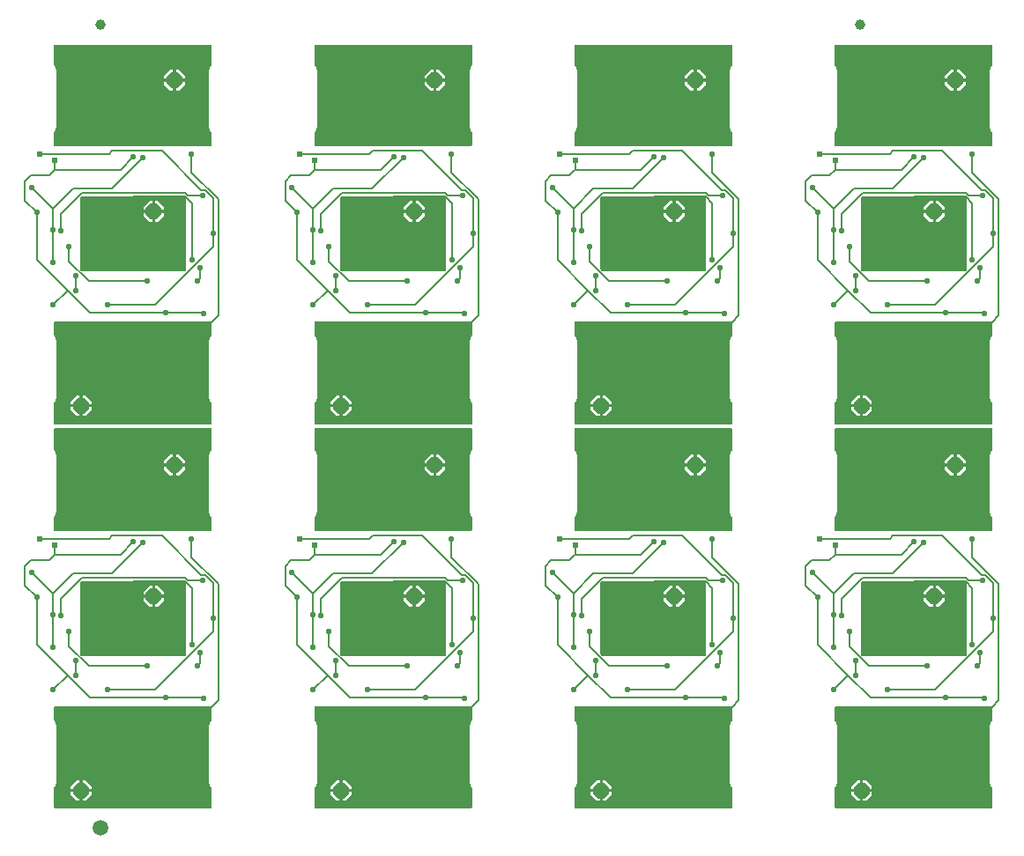
<source format=gbr>
G04 EAGLE Gerber RS-274X export*
G75*
%MOMM*%
%FSLAX34Y34*%
%LPD*%
%INBottom Copper*%
%IPPOS*%
%AMOC8*
5,1,8,0,0,1.08239X$1,22.5*%
G01*
%ADD10P,1.623585X8X202.500000*%
%ADD11C,1.000000*%
%ADD12C,1.500000*%
%ADD13C,0.127000*%
%ADD14C,0.554000*%
%ADD15C,0.604000*%
%ADD16C,0.152400*%

G36*
X690019Y371784D02*
X690019Y371784D01*
X690038Y371782D01*
X690140Y371804D01*
X690242Y371820D01*
X690259Y371830D01*
X690279Y371834D01*
X690368Y371887D01*
X690459Y371935D01*
X690473Y371950D01*
X690490Y371960D01*
X690557Y372039D01*
X690629Y372114D01*
X690637Y372132D01*
X690650Y372147D01*
X690689Y372243D01*
X690732Y372337D01*
X690734Y372357D01*
X690742Y372375D01*
X690760Y372542D01*
X690760Y392268D01*
X690746Y392358D01*
X690738Y392449D01*
X690726Y392478D01*
X690721Y392510D01*
X690678Y392591D01*
X690642Y392675D01*
X690616Y392707D01*
X690605Y392728D01*
X690582Y392750D01*
X690537Y392806D01*
X690013Y393330D01*
X688220Y397659D01*
X688220Y452345D01*
X690013Y456674D01*
X690537Y457198D01*
X690591Y457272D01*
X690650Y457341D01*
X690662Y457371D01*
X690681Y457397D01*
X690708Y457484D01*
X690742Y457569D01*
X690746Y457610D01*
X690753Y457633D01*
X690752Y457665D01*
X690760Y457736D01*
X690760Y470002D01*
X690758Y470013D01*
X690759Y470021D01*
X690758Y470028D01*
X690759Y470041D01*
X690737Y470143D01*
X690721Y470245D01*
X690711Y470262D01*
X690707Y470282D01*
X690654Y470371D01*
X690605Y470462D01*
X690591Y470476D01*
X690581Y470493D01*
X690502Y470560D01*
X690427Y470631D01*
X690409Y470640D01*
X690394Y470653D01*
X690298Y470691D01*
X690204Y470735D01*
X690184Y470737D01*
X690166Y470745D01*
X689999Y470763D01*
X539999Y470763D01*
X539979Y470760D01*
X539960Y470762D01*
X539858Y470740D01*
X539756Y470723D01*
X539739Y470714D01*
X539719Y470710D01*
X539630Y470657D01*
X539539Y470608D01*
X539525Y470594D01*
X539508Y470584D01*
X539441Y470505D01*
X539370Y470430D01*
X539361Y470412D01*
X539348Y470397D01*
X539309Y470300D01*
X539266Y470207D01*
X539264Y470187D01*
X539256Y470169D01*
X539238Y470002D01*
X539238Y457736D01*
X539252Y457646D01*
X539260Y457555D01*
X539272Y457525D01*
X539278Y457493D01*
X539320Y457413D01*
X539356Y457329D01*
X539382Y457296D01*
X539393Y457276D01*
X539416Y457254D01*
X539461Y457198D01*
X539985Y456674D01*
X541778Y452345D01*
X541778Y397659D01*
X539984Y393330D01*
X539461Y392806D01*
X539408Y392732D01*
X539348Y392662D01*
X539336Y392632D01*
X539317Y392606D01*
X539290Y392519D01*
X539256Y392434D01*
X539252Y392393D01*
X539245Y392371D01*
X539246Y392339D01*
X539238Y392268D01*
X539238Y372542D01*
X539241Y372522D01*
X539239Y372502D01*
X539261Y372401D01*
X539278Y372299D01*
X539287Y372281D01*
X539291Y372262D01*
X539344Y372173D01*
X539393Y372082D01*
X539407Y372068D01*
X539417Y372051D01*
X539496Y371984D01*
X539571Y371912D01*
X539589Y371904D01*
X539604Y371891D01*
X539700Y371852D01*
X539794Y371809D01*
X539814Y371806D01*
X539832Y371799D01*
X539999Y371781D01*
X689999Y371781D01*
X690019Y371784D01*
G37*
G36*
X940031Y371784D02*
X940031Y371784D01*
X940051Y371782D01*
X940152Y371804D01*
X940254Y371820D01*
X940272Y371830D01*
X940291Y371834D01*
X940380Y371887D01*
X940471Y371935D01*
X940485Y371950D01*
X940502Y371960D01*
X940569Y372039D01*
X940641Y372114D01*
X940649Y372132D01*
X940662Y372147D01*
X940701Y372243D01*
X940744Y372337D01*
X940747Y372357D01*
X940754Y372375D01*
X940772Y372542D01*
X940772Y392268D01*
X940758Y392358D01*
X940751Y392449D01*
X940738Y392478D01*
X940733Y392510D01*
X940690Y392591D01*
X940654Y392675D01*
X940629Y392707D01*
X940618Y392728D01*
X940594Y392750D01*
X940549Y392806D01*
X940026Y393330D01*
X938232Y397659D01*
X938232Y452345D01*
X940026Y456674D01*
X940549Y457198D01*
X940603Y457272D01*
X940662Y457341D01*
X940674Y457371D01*
X940693Y457397D01*
X940720Y457484D01*
X940754Y457569D01*
X940759Y457610D01*
X940765Y457633D01*
X940765Y457665D01*
X940772Y457736D01*
X940772Y470002D01*
X940771Y470013D01*
X940771Y470021D01*
X940770Y470028D01*
X940771Y470041D01*
X940749Y470143D01*
X940733Y470245D01*
X940723Y470262D01*
X940719Y470282D01*
X940666Y470371D01*
X940618Y470462D01*
X940603Y470476D01*
X940593Y470493D01*
X940514Y470560D01*
X940439Y470631D01*
X940421Y470640D01*
X940406Y470653D01*
X940310Y470691D01*
X940216Y470735D01*
X940196Y470737D01*
X940178Y470745D01*
X940011Y470763D01*
X790011Y470763D01*
X789992Y470760D01*
X789972Y470762D01*
X789870Y470740D01*
X789768Y470723D01*
X789751Y470714D01*
X789731Y470710D01*
X789642Y470657D01*
X789551Y470608D01*
X789537Y470594D01*
X789520Y470584D01*
X789453Y470505D01*
X789382Y470430D01*
X789373Y470412D01*
X789360Y470397D01*
X789322Y470300D01*
X789278Y470207D01*
X789276Y470187D01*
X789268Y470169D01*
X789250Y470002D01*
X789250Y457736D01*
X789265Y457646D01*
X789272Y457555D01*
X789284Y457525D01*
X789290Y457493D01*
X789332Y457413D01*
X789368Y457329D01*
X789394Y457297D01*
X789405Y457276D01*
X789428Y457254D01*
X789473Y457198D01*
X789997Y456674D01*
X791790Y452345D01*
X791790Y397659D01*
X789997Y393330D01*
X789473Y392806D01*
X789420Y392732D01*
X789360Y392662D01*
X789348Y392632D01*
X789329Y392606D01*
X789303Y392519D01*
X789268Y392434D01*
X789264Y392393D01*
X789257Y392371D01*
X789258Y392339D01*
X789250Y392268D01*
X789250Y372542D01*
X789253Y372522D01*
X789251Y372502D01*
X789273Y372401D01*
X789290Y372299D01*
X789299Y372281D01*
X789303Y372262D01*
X789356Y372173D01*
X789405Y372082D01*
X789419Y372068D01*
X789429Y372051D01*
X789508Y371984D01*
X789583Y371912D01*
X789601Y371904D01*
X789616Y371891D01*
X789713Y371852D01*
X789806Y371809D01*
X789826Y371806D01*
X789844Y371799D01*
X790011Y371781D01*
X940011Y371781D01*
X940031Y371784D01*
G37*
G36*
X440032Y371784D02*
X440032Y371784D01*
X440052Y371782D01*
X440153Y371804D01*
X440255Y371820D01*
X440273Y371830D01*
X440292Y371834D01*
X440381Y371887D01*
X440472Y371935D01*
X440486Y371950D01*
X440503Y371960D01*
X440570Y372039D01*
X440642Y372114D01*
X440650Y372132D01*
X440663Y372147D01*
X440702Y372243D01*
X440745Y372337D01*
X440748Y372357D01*
X440755Y372375D01*
X440773Y372542D01*
X440773Y392268D01*
X440759Y392358D01*
X440752Y392449D01*
X440739Y392478D01*
X440734Y392510D01*
X440691Y392591D01*
X440655Y392675D01*
X440630Y392707D01*
X440619Y392728D01*
X440595Y392750D01*
X440550Y392806D01*
X440027Y393330D01*
X438233Y397659D01*
X438233Y452345D01*
X440027Y456674D01*
X440550Y457198D01*
X440604Y457272D01*
X440663Y457341D01*
X440675Y457371D01*
X440694Y457397D01*
X440721Y457484D01*
X440755Y457569D01*
X440760Y457610D01*
X440766Y457633D01*
X440766Y457665D01*
X440773Y457736D01*
X440773Y470002D01*
X440772Y470013D01*
X440772Y470021D01*
X440771Y470028D01*
X440772Y470041D01*
X440750Y470143D01*
X440734Y470245D01*
X440724Y470262D01*
X440720Y470282D01*
X440667Y470371D01*
X440619Y470462D01*
X440604Y470476D01*
X440594Y470493D01*
X440515Y470560D01*
X440440Y470631D01*
X440422Y470640D01*
X440407Y470653D01*
X440311Y470691D01*
X440217Y470735D01*
X440197Y470737D01*
X440179Y470745D01*
X440012Y470763D01*
X290012Y470763D01*
X289993Y470760D01*
X289973Y470762D01*
X289871Y470740D01*
X289769Y470723D01*
X289752Y470714D01*
X289732Y470710D01*
X289643Y470657D01*
X289552Y470608D01*
X289538Y470594D01*
X289521Y470584D01*
X289454Y470505D01*
X289383Y470430D01*
X289374Y470412D01*
X289361Y470397D01*
X289323Y470300D01*
X289279Y470207D01*
X289277Y470187D01*
X289269Y470169D01*
X289251Y470002D01*
X289251Y457736D01*
X289266Y457646D01*
X289273Y457555D01*
X289285Y457525D01*
X289291Y457493D01*
X289333Y457413D01*
X289369Y457329D01*
X289395Y457297D01*
X289406Y457276D01*
X289429Y457254D01*
X289474Y457198D01*
X289998Y456674D01*
X291791Y452345D01*
X291791Y397659D01*
X289998Y393330D01*
X289474Y392806D01*
X289421Y392732D01*
X289361Y392662D01*
X289349Y392632D01*
X289330Y392606D01*
X289304Y392519D01*
X289269Y392434D01*
X289265Y392393D01*
X289258Y392371D01*
X289259Y392339D01*
X289251Y392268D01*
X289251Y372542D01*
X289254Y372522D01*
X289252Y372502D01*
X289274Y372401D01*
X289291Y372299D01*
X289300Y372281D01*
X289304Y372262D01*
X289357Y372173D01*
X289406Y372082D01*
X289420Y372068D01*
X289430Y372051D01*
X289509Y371984D01*
X289584Y371912D01*
X289602Y371904D01*
X289617Y371891D01*
X289714Y371852D01*
X289807Y371809D01*
X289827Y371806D01*
X289845Y371799D01*
X290012Y371781D01*
X440012Y371781D01*
X440032Y371784D01*
G37*
G36*
X190020Y371784D02*
X190020Y371784D01*
X190039Y371782D01*
X190141Y371804D01*
X190243Y371820D01*
X190260Y371830D01*
X190280Y371834D01*
X190369Y371887D01*
X190460Y371935D01*
X190474Y371950D01*
X190491Y371960D01*
X190558Y372039D01*
X190630Y372114D01*
X190638Y372132D01*
X190651Y372147D01*
X190690Y372243D01*
X190733Y372337D01*
X190735Y372357D01*
X190743Y372375D01*
X190761Y372542D01*
X190761Y392268D01*
X190747Y392358D01*
X190739Y392449D01*
X190727Y392478D01*
X190722Y392510D01*
X190679Y392591D01*
X190643Y392675D01*
X190617Y392707D01*
X190606Y392728D01*
X190583Y392750D01*
X190538Y392806D01*
X190014Y393330D01*
X188221Y397659D01*
X188221Y452345D01*
X190014Y456674D01*
X190538Y457198D01*
X190592Y457272D01*
X190651Y457341D01*
X190663Y457371D01*
X190682Y457397D01*
X190709Y457484D01*
X190743Y457569D01*
X190747Y457610D01*
X190754Y457633D01*
X190753Y457665D01*
X190761Y457736D01*
X190761Y470002D01*
X190759Y470013D01*
X190760Y470021D01*
X190759Y470028D01*
X190760Y470041D01*
X190738Y470143D01*
X190722Y470245D01*
X190712Y470262D01*
X190708Y470282D01*
X190655Y470371D01*
X190606Y470462D01*
X190592Y470476D01*
X190582Y470493D01*
X190503Y470560D01*
X190428Y470631D01*
X190410Y470640D01*
X190395Y470653D01*
X190299Y470691D01*
X190205Y470735D01*
X190185Y470737D01*
X190167Y470745D01*
X190000Y470763D01*
X40000Y470763D01*
X39980Y470760D01*
X39961Y470762D01*
X39859Y470740D01*
X39757Y470723D01*
X39740Y470714D01*
X39720Y470710D01*
X39631Y470657D01*
X39540Y470608D01*
X39526Y470594D01*
X39509Y470584D01*
X39442Y470505D01*
X39371Y470430D01*
X39362Y470412D01*
X39349Y470397D01*
X39310Y470300D01*
X39267Y470207D01*
X39265Y470187D01*
X39257Y470169D01*
X39239Y470002D01*
X39239Y457736D01*
X39254Y457646D01*
X39261Y457555D01*
X39273Y457525D01*
X39279Y457493D01*
X39321Y457413D01*
X39357Y457329D01*
X39383Y457297D01*
X39394Y457276D01*
X39417Y457254D01*
X39462Y457198D01*
X39985Y456674D01*
X41779Y452345D01*
X41779Y397659D01*
X39986Y393330D01*
X39462Y392806D01*
X39408Y392732D01*
X39349Y392662D01*
X39337Y392632D01*
X39318Y392606D01*
X39291Y392519D01*
X39257Y392434D01*
X39253Y392393D01*
X39246Y392371D01*
X39247Y392339D01*
X39239Y392268D01*
X39239Y372542D01*
X39242Y372522D01*
X39240Y372502D01*
X39262Y372401D01*
X39279Y372299D01*
X39288Y372281D01*
X39292Y372262D01*
X39345Y372173D01*
X39394Y372082D01*
X39408Y372068D01*
X39418Y372051D01*
X39497Y371984D01*
X39572Y371912D01*
X39590Y371904D01*
X39605Y371891D01*
X39701Y371852D01*
X39795Y371809D01*
X39815Y371806D01*
X39833Y371799D01*
X40000Y371781D01*
X190000Y371781D01*
X190020Y371784D01*
G37*
G36*
X440032Y269530D02*
X440032Y269530D01*
X440052Y269528D01*
X440153Y269550D01*
X440255Y269567D01*
X440273Y269576D01*
X440292Y269580D01*
X440381Y269633D01*
X440472Y269682D01*
X440486Y269696D01*
X440503Y269706D01*
X440570Y269785D01*
X440642Y269860D01*
X440650Y269878D01*
X440663Y269893D01*
X440702Y269989D01*
X440745Y270083D01*
X440748Y270103D01*
X440755Y270121D01*
X440773Y270288D01*
X440773Y282266D01*
X440759Y282356D01*
X440752Y282447D01*
X440739Y282477D01*
X440734Y282509D01*
X440691Y282589D01*
X440655Y282673D01*
X440630Y282705D01*
X440619Y282726D01*
X440595Y282748D01*
X440550Y282804D01*
X440027Y283328D01*
X438233Y287657D01*
X438233Y342343D01*
X440027Y346672D01*
X440550Y347196D01*
X440604Y347270D01*
X440663Y347339D01*
X440675Y347369D01*
X440694Y347396D01*
X440721Y347483D01*
X440755Y347567D01*
X440760Y347608D01*
X440766Y347631D01*
X440766Y347663D01*
X440773Y347734D01*
X440773Y367460D01*
X440770Y367480D01*
X440772Y367499D01*
X440750Y367601D01*
X440734Y367703D01*
X440724Y367720D01*
X440720Y367740D01*
X440667Y367829D01*
X440619Y367920D01*
X440604Y367934D01*
X440594Y367951D01*
X440515Y368018D01*
X440440Y368090D01*
X440422Y368098D01*
X440407Y368111D01*
X440311Y368150D01*
X440217Y368193D01*
X440197Y368195D01*
X440179Y368203D01*
X440012Y368221D01*
X290012Y368221D01*
X289993Y368218D01*
X289973Y368220D01*
X289871Y368198D01*
X289769Y368182D01*
X289752Y368172D01*
X289732Y368168D01*
X289643Y368115D01*
X289552Y368066D01*
X289538Y368052D01*
X289521Y368042D01*
X289454Y367963D01*
X289383Y367888D01*
X289374Y367870D01*
X289361Y367855D01*
X289323Y367759D01*
X289279Y367665D01*
X289277Y367645D01*
X289269Y367627D01*
X289251Y367460D01*
X289251Y347734D01*
X289266Y347644D01*
X289273Y347553D01*
X289285Y347523D01*
X289291Y347491D01*
X289333Y347411D01*
X289369Y347327D01*
X289395Y347295D01*
X289406Y347274D01*
X289429Y347252D01*
X289474Y347196D01*
X289998Y346672D01*
X291791Y342343D01*
X291791Y287657D01*
X289998Y283328D01*
X289474Y282804D01*
X289421Y282730D01*
X289361Y282661D01*
X289349Y282631D01*
X289330Y282604D01*
X289304Y282517D01*
X289269Y282433D01*
X289265Y282392D01*
X289258Y282369D01*
X289259Y282337D01*
X289251Y282266D01*
X289251Y270288D01*
X289254Y270268D01*
X289252Y270249D01*
X289274Y270147D01*
X289291Y270045D01*
X289300Y270028D01*
X289304Y270008D01*
X289357Y269919D01*
X289406Y269828D01*
X289420Y269814D01*
X289430Y269797D01*
X289509Y269730D01*
X289584Y269659D01*
X289602Y269650D01*
X289617Y269637D01*
X289714Y269598D01*
X289807Y269555D01*
X289827Y269553D01*
X289845Y269545D01*
X290012Y269527D01*
X440012Y269527D01*
X440032Y269530D01*
G37*
G36*
X190020Y269530D02*
X190020Y269530D01*
X190039Y269528D01*
X190141Y269550D01*
X190243Y269567D01*
X190260Y269576D01*
X190280Y269580D01*
X190369Y269633D01*
X190460Y269682D01*
X190474Y269696D01*
X190491Y269706D01*
X190558Y269785D01*
X190630Y269860D01*
X190638Y269878D01*
X190651Y269893D01*
X190690Y269989D01*
X190733Y270083D01*
X190735Y270103D01*
X190743Y270121D01*
X190761Y270288D01*
X190761Y282266D01*
X190747Y282356D01*
X190739Y282447D01*
X190727Y282477D01*
X190722Y282509D01*
X190679Y282589D01*
X190643Y282673D01*
X190617Y282705D01*
X190606Y282726D01*
X190583Y282748D01*
X190538Y282804D01*
X190014Y283328D01*
X188221Y287657D01*
X188221Y342343D01*
X190014Y346672D01*
X190538Y347196D01*
X190592Y347270D01*
X190651Y347339D01*
X190663Y347369D01*
X190682Y347396D01*
X190709Y347483D01*
X190743Y347567D01*
X190747Y347608D01*
X190754Y347631D01*
X190753Y347663D01*
X190761Y347734D01*
X190761Y367460D01*
X190758Y367480D01*
X190760Y367499D01*
X190738Y367601D01*
X190722Y367703D01*
X190712Y367720D01*
X190708Y367740D01*
X190655Y367829D01*
X190606Y367920D01*
X190592Y367934D01*
X190582Y367951D01*
X190503Y368018D01*
X190428Y368090D01*
X190410Y368098D01*
X190395Y368111D01*
X190299Y368150D01*
X190205Y368193D01*
X190185Y368195D01*
X190167Y368203D01*
X190000Y368221D01*
X40000Y368221D01*
X39980Y368218D01*
X39961Y368220D01*
X39859Y368198D01*
X39757Y368182D01*
X39740Y368172D01*
X39720Y368168D01*
X39631Y368115D01*
X39540Y368066D01*
X39526Y368052D01*
X39509Y368042D01*
X39442Y367963D01*
X39371Y367888D01*
X39362Y367870D01*
X39349Y367855D01*
X39310Y367759D01*
X39267Y367665D01*
X39265Y367645D01*
X39257Y367627D01*
X39239Y367460D01*
X39239Y347734D01*
X39254Y347644D01*
X39261Y347553D01*
X39273Y347523D01*
X39279Y347491D01*
X39321Y347411D01*
X39357Y347327D01*
X39383Y347295D01*
X39394Y347274D01*
X39417Y347252D01*
X39462Y347196D01*
X39985Y346672D01*
X41779Y342343D01*
X41779Y287657D01*
X39985Y283328D01*
X39462Y282804D01*
X39409Y282730D01*
X39349Y282661D01*
X39337Y282631D01*
X39318Y282604D01*
X39291Y282517D01*
X39257Y282433D01*
X39253Y282392D01*
X39246Y282369D01*
X39247Y282337D01*
X39239Y282266D01*
X39239Y270288D01*
X39242Y270268D01*
X39240Y270249D01*
X39262Y270147D01*
X39279Y270045D01*
X39288Y270028D01*
X39292Y270008D01*
X39345Y269919D01*
X39394Y269828D01*
X39408Y269814D01*
X39418Y269797D01*
X39497Y269730D01*
X39572Y269659D01*
X39590Y269650D01*
X39605Y269637D01*
X39701Y269598D01*
X39795Y269555D01*
X39815Y269553D01*
X39833Y269545D01*
X40000Y269527D01*
X190000Y269527D01*
X190020Y269530D01*
G37*
G36*
X690019Y269530D02*
X690019Y269530D01*
X690038Y269528D01*
X690140Y269550D01*
X690242Y269567D01*
X690259Y269576D01*
X690279Y269580D01*
X690368Y269633D01*
X690459Y269682D01*
X690473Y269696D01*
X690490Y269706D01*
X690557Y269785D01*
X690629Y269860D01*
X690637Y269878D01*
X690650Y269893D01*
X690689Y269989D01*
X690732Y270083D01*
X690734Y270103D01*
X690742Y270121D01*
X690760Y270288D01*
X690760Y282266D01*
X690746Y282356D01*
X690738Y282447D01*
X690726Y282477D01*
X690721Y282509D01*
X690678Y282589D01*
X690642Y282673D01*
X690616Y282705D01*
X690605Y282726D01*
X690582Y282748D01*
X690537Y282804D01*
X690013Y283328D01*
X688220Y287657D01*
X688220Y342343D01*
X690013Y346672D01*
X690537Y347196D01*
X690591Y347270D01*
X690650Y347339D01*
X690662Y347369D01*
X690681Y347396D01*
X690708Y347483D01*
X690742Y347567D01*
X690746Y347608D01*
X690753Y347631D01*
X690752Y347663D01*
X690760Y347734D01*
X690760Y367460D01*
X690757Y367480D01*
X690759Y367499D01*
X690737Y367601D01*
X690721Y367703D01*
X690711Y367720D01*
X690707Y367740D01*
X690654Y367829D01*
X690605Y367920D01*
X690591Y367934D01*
X690581Y367951D01*
X690502Y368018D01*
X690427Y368090D01*
X690409Y368098D01*
X690394Y368111D01*
X690298Y368150D01*
X690204Y368193D01*
X690184Y368195D01*
X690166Y368203D01*
X689999Y368221D01*
X539999Y368221D01*
X539979Y368218D01*
X539960Y368220D01*
X539858Y368198D01*
X539756Y368182D01*
X539739Y368172D01*
X539719Y368168D01*
X539630Y368115D01*
X539539Y368066D01*
X539525Y368052D01*
X539508Y368042D01*
X539441Y367963D01*
X539370Y367888D01*
X539361Y367870D01*
X539348Y367855D01*
X539309Y367759D01*
X539266Y367665D01*
X539264Y367645D01*
X539256Y367627D01*
X539238Y367460D01*
X539238Y347734D01*
X539253Y347644D01*
X539260Y347553D01*
X539272Y347523D01*
X539278Y347491D01*
X539320Y347411D01*
X539356Y347327D01*
X539382Y347295D01*
X539393Y347274D01*
X539416Y347252D01*
X539461Y347196D01*
X539984Y346672D01*
X541778Y342343D01*
X541778Y287657D01*
X539984Y283328D01*
X539461Y282804D01*
X539408Y282730D01*
X539348Y282661D01*
X539336Y282631D01*
X539317Y282604D01*
X539290Y282517D01*
X539256Y282433D01*
X539252Y282392D01*
X539245Y282369D01*
X539246Y282337D01*
X539238Y282266D01*
X539238Y270288D01*
X539241Y270268D01*
X539239Y270249D01*
X539261Y270147D01*
X539278Y270045D01*
X539287Y270028D01*
X539291Y270008D01*
X539344Y269919D01*
X539393Y269828D01*
X539407Y269814D01*
X539417Y269797D01*
X539496Y269730D01*
X539571Y269659D01*
X539589Y269650D01*
X539604Y269637D01*
X539700Y269598D01*
X539794Y269555D01*
X539814Y269553D01*
X539832Y269545D01*
X539999Y269527D01*
X689999Y269527D01*
X690019Y269530D01*
G37*
G36*
X940031Y269530D02*
X940031Y269530D01*
X940051Y269528D01*
X940152Y269550D01*
X940254Y269567D01*
X940272Y269576D01*
X940291Y269580D01*
X940380Y269633D01*
X940471Y269682D01*
X940485Y269696D01*
X940502Y269706D01*
X940569Y269785D01*
X940641Y269860D01*
X940649Y269878D01*
X940662Y269893D01*
X940701Y269989D01*
X940744Y270083D01*
X940747Y270103D01*
X940754Y270121D01*
X940772Y270288D01*
X940772Y282266D01*
X940758Y282356D01*
X940751Y282447D01*
X940738Y282477D01*
X940733Y282509D01*
X940690Y282589D01*
X940654Y282673D01*
X940629Y282705D01*
X940618Y282726D01*
X940594Y282748D01*
X940549Y282804D01*
X940026Y283328D01*
X938232Y287657D01*
X938232Y342343D01*
X940026Y346672D01*
X940549Y347196D01*
X940603Y347270D01*
X940662Y347339D01*
X940674Y347369D01*
X940693Y347396D01*
X940720Y347483D01*
X940754Y347567D01*
X940759Y347608D01*
X940765Y347631D01*
X940765Y347663D01*
X940772Y347734D01*
X940772Y367460D01*
X940769Y367480D01*
X940771Y367499D01*
X940749Y367601D01*
X940733Y367703D01*
X940723Y367720D01*
X940719Y367740D01*
X940666Y367829D01*
X940618Y367920D01*
X940603Y367934D01*
X940593Y367951D01*
X940514Y368018D01*
X940439Y368090D01*
X940421Y368098D01*
X940406Y368111D01*
X940310Y368150D01*
X940216Y368193D01*
X940196Y368195D01*
X940178Y368203D01*
X940011Y368221D01*
X790011Y368221D01*
X789992Y368218D01*
X789972Y368220D01*
X789870Y368198D01*
X789768Y368182D01*
X789751Y368172D01*
X789731Y368168D01*
X789642Y368115D01*
X789551Y368066D01*
X789537Y368052D01*
X789520Y368042D01*
X789453Y367963D01*
X789382Y367888D01*
X789373Y367870D01*
X789360Y367855D01*
X789322Y367759D01*
X789278Y367665D01*
X789276Y367645D01*
X789268Y367627D01*
X789250Y367460D01*
X789250Y347734D01*
X789265Y347644D01*
X789272Y347553D01*
X789284Y347523D01*
X789290Y347491D01*
X789332Y347411D01*
X789368Y347327D01*
X789394Y347295D01*
X789405Y347274D01*
X789428Y347252D01*
X789473Y347196D01*
X789997Y346672D01*
X791790Y342343D01*
X791790Y287657D01*
X789997Y283328D01*
X789473Y282804D01*
X789420Y282730D01*
X789360Y282661D01*
X789348Y282631D01*
X789329Y282604D01*
X789303Y282517D01*
X789268Y282433D01*
X789264Y282392D01*
X789257Y282369D01*
X789258Y282337D01*
X789250Y282266D01*
X789250Y270288D01*
X789253Y270268D01*
X789251Y270249D01*
X789273Y270147D01*
X789290Y270045D01*
X789299Y270028D01*
X789303Y270008D01*
X789356Y269919D01*
X789405Y269828D01*
X789419Y269814D01*
X789429Y269797D01*
X789508Y269730D01*
X789583Y269659D01*
X789601Y269650D01*
X789616Y269637D01*
X789713Y269598D01*
X789806Y269555D01*
X789826Y269553D01*
X789844Y269545D01*
X790011Y269527D01*
X940011Y269527D01*
X940031Y269530D01*
G37*
G36*
X940031Y3052D02*
X940031Y3052D01*
X940051Y3050D01*
X940152Y3072D01*
X940254Y3088D01*
X940272Y3098D01*
X940291Y3102D01*
X940380Y3155D01*
X940471Y3204D01*
X940485Y3218D01*
X940502Y3228D01*
X940569Y3307D01*
X940641Y3382D01*
X940649Y3400D01*
X940662Y3415D01*
X940701Y3511D01*
X940744Y3605D01*
X940747Y3625D01*
X940754Y3643D01*
X940772Y3810D01*
X940772Y22266D01*
X940758Y22356D01*
X940751Y22447D01*
X940738Y22477D01*
X940733Y22509D01*
X940690Y22589D01*
X940654Y22673D01*
X940629Y22705D01*
X940618Y22726D01*
X940594Y22748D01*
X940549Y22804D01*
X940026Y23328D01*
X938232Y27657D01*
X938232Y82343D01*
X940026Y86672D01*
X940549Y87196D01*
X940603Y87270D01*
X940662Y87339D01*
X940674Y87369D01*
X940693Y87396D01*
X940720Y87483D01*
X940754Y87567D01*
X940759Y87608D01*
X940765Y87631D01*
X940765Y87663D01*
X940772Y87734D01*
X940772Y100000D01*
X940769Y100020D01*
X940771Y100039D01*
X940749Y100141D01*
X940733Y100243D01*
X940723Y100260D01*
X940719Y100280D01*
X940666Y100369D01*
X940618Y100460D01*
X940603Y100474D01*
X940593Y100491D01*
X940514Y100558D01*
X940439Y100630D01*
X940421Y100638D01*
X940406Y100651D01*
X940310Y100690D01*
X940216Y100733D01*
X940196Y100735D01*
X940178Y100743D01*
X940011Y100761D01*
X790011Y100761D01*
X789992Y100758D01*
X789972Y100760D01*
X789870Y100738D01*
X789768Y100722D01*
X789751Y100712D01*
X789731Y100708D01*
X789642Y100655D01*
X789551Y100606D01*
X789537Y100592D01*
X789520Y100582D01*
X789453Y100503D01*
X789382Y100428D01*
X789373Y100410D01*
X789360Y100395D01*
X789322Y100299D01*
X789278Y100205D01*
X789276Y100185D01*
X789268Y100167D01*
X789250Y100000D01*
X789250Y87734D01*
X789265Y87644D01*
X789272Y87553D01*
X789284Y87523D01*
X789290Y87491D01*
X789332Y87411D01*
X789368Y87327D01*
X789394Y87295D01*
X789405Y87274D01*
X789428Y87252D01*
X789473Y87196D01*
X789997Y86672D01*
X791790Y82343D01*
X791790Y27657D01*
X789997Y23328D01*
X789473Y22804D01*
X789420Y22730D01*
X789360Y22661D01*
X789348Y22631D01*
X789329Y22604D01*
X789303Y22517D01*
X789268Y22433D01*
X789264Y22392D01*
X789257Y22369D01*
X789258Y22337D01*
X789250Y22266D01*
X789250Y3810D01*
X789253Y3790D01*
X789251Y3771D01*
X789273Y3669D01*
X789290Y3567D01*
X789299Y3550D01*
X789303Y3530D01*
X789356Y3441D01*
X789405Y3350D01*
X789419Y3336D01*
X789429Y3319D01*
X789508Y3252D01*
X789583Y3180D01*
X789601Y3172D01*
X789616Y3159D01*
X789713Y3120D01*
X789806Y3077D01*
X789826Y3075D01*
X789844Y3067D01*
X790011Y3049D01*
X940011Y3049D01*
X940031Y3052D01*
G37*
G36*
X690019Y3052D02*
X690019Y3052D01*
X690038Y3050D01*
X690140Y3072D01*
X690242Y3088D01*
X690259Y3098D01*
X690279Y3102D01*
X690368Y3155D01*
X690459Y3204D01*
X690473Y3218D01*
X690490Y3228D01*
X690557Y3307D01*
X690629Y3382D01*
X690637Y3400D01*
X690650Y3415D01*
X690689Y3511D01*
X690732Y3605D01*
X690734Y3625D01*
X690742Y3643D01*
X690760Y3810D01*
X690760Y22266D01*
X690746Y22356D01*
X690738Y22447D01*
X690726Y22477D01*
X690721Y22509D01*
X690678Y22589D01*
X690642Y22673D01*
X690616Y22705D01*
X690605Y22726D01*
X690582Y22748D01*
X690537Y22804D01*
X690013Y23328D01*
X688220Y27657D01*
X688220Y82343D01*
X690013Y86672D01*
X690537Y87196D01*
X690591Y87270D01*
X690650Y87339D01*
X690662Y87369D01*
X690681Y87396D01*
X690708Y87483D01*
X690742Y87567D01*
X690746Y87608D01*
X690753Y87631D01*
X690752Y87663D01*
X690760Y87734D01*
X690760Y100000D01*
X690757Y100020D01*
X690759Y100039D01*
X690737Y100141D01*
X690721Y100243D01*
X690711Y100260D01*
X690707Y100280D01*
X690654Y100369D01*
X690605Y100460D01*
X690591Y100474D01*
X690581Y100491D01*
X690502Y100558D01*
X690427Y100630D01*
X690409Y100638D01*
X690394Y100651D01*
X690298Y100690D01*
X690204Y100733D01*
X690184Y100735D01*
X690166Y100743D01*
X689999Y100761D01*
X539999Y100761D01*
X539979Y100758D01*
X539960Y100760D01*
X539858Y100738D01*
X539756Y100722D01*
X539739Y100712D01*
X539719Y100708D01*
X539630Y100655D01*
X539539Y100606D01*
X539525Y100592D01*
X539508Y100582D01*
X539441Y100503D01*
X539370Y100428D01*
X539361Y100410D01*
X539348Y100395D01*
X539309Y100299D01*
X539266Y100205D01*
X539264Y100185D01*
X539256Y100167D01*
X539238Y100000D01*
X539238Y87734D01*
X539253Y87644D01*
X539260Y87553D01*
X539272Y87523D01*
X539278Y87491D01*
X539320Y87411D01*
X539356Y87327D01*
X539382Y87295D01*
X539393Y87274D01*
X539416Y87252D01*
X539461Y87196D01*
X539984Y86672D01*
X541778Y82343D01*
X541778Y27657D01*
X539984Y23328D01*
X539461Y22804D01*
X539408Y22730D01*
X539348Y22661D01*
X539336Y22631D01*
X539317Y22604D01*
X539290Y22517D01*
X539256Y22433D01*
X539252Y22392D01*
X539245Y22369D01*
X539246Y22337D01*
X539238Y22266D01*
X539238Y3810D01*
X539241Y3790D01*
X539239Y3771D01*
X539261Y3669D01*
X539278Y3567D01*
X539287Y3550D01*
X539291Y3530D01*
X539344Y3441D01*
X539393Y3350D01*
X539407Y3336D01*
X539417Y3319D01*
X539496Y3252D01*
X539571Y3180D01*
X539589Y3172D01*
X539604Y3159D01*
X539700Y3120D01*
X539794Y3077D01*
X539814Y3075D01*
X539832Y3067D01*
X539999Y3049D01*
X689999Y3049D01*
X690019Y3052D01*
G37*
G36*
X190020Y3052D02*
X190020Y3052D01*
X190039Y3050D01*
X190141Y3072D01*
X190243Y3088D01*
X190260Y3098D01*
X190280Y3102D01*
X190369Y3155D01*
X190460Y3204D01*
X190474Y3218D01*
X190491Y3228D01*
X190558Y3307D01*
X190630Y3382D01*
X190638Y3400D01*
X190651Y3415D01*
X190690Y3511D01*
X190733Y3605D01*
X190735Y3625D01*
X190743Y3643D01*
X190761Y3810D01*
X190761Y22266D01*
X190747Y22356D01*
X190739Y22447D01*
X190727Y22477D01*
X190722Y22509D01*
X190679Y22589D01*
X190643Y22673D01*
X190617Y22705D01*
X190606Y22726D01*
X190583Y22748D01*
X190538Y22804D01*
X190014Y23328D01*
X188221Y27657D01*
X188221Y82343D01*
X190014Y86672D01*
X190538Y87196D01*
X190592Y87270D01*
X190651Y87339D01*
X190663Y87369D01*
X190682Y87396D01*
X190709Y87483D01*
X190743Y87567D01*
X190747Y87608D01*
X190754Y87631D01*
X190753Y87663D01*
X190761Y87734D01*
X190761Y100000D01*
X190758Y100020D01*
X190760Y100039D01*
X190738Y100141D01*
X190722Y100243D01*
X190712Y100260D01*
X190708Y100280D01*
X190655Y100369D01*
X190606Y100460D01*
X190592Y100474D01*
X190582Y100491D01*
X190503Y100558D01*
X190428Y100630D01*
X190410Y100638D01*
X190395Y100651D01*
X190299Y100690D01*
X190205Y100733D01*
X190185Y100735D01*
X190167Y100743D01*
X190000Y100761D01*
X40000Y100761D01*
X39980Y100758D01*
X39961Y100760D01*
X39859Y100738D01*
X39757Y100722D01*
X39740Y100712D01*
X39720Y100708D01*
X39631Y100655D01*
X39540Y100606D01*
X39526Y100592D01*
X39509Y100582D01*
X39442Y100503D01*
X39371Y100428D01*
X39362Y100410D01*
X39349Y100395D01*
X39310Y100299D01*
X39267Y100205D01*
X39265Y100185D01*
X39257Y100167D01*
X39239Y100000D01*
X39239Y87734D01*
X39254Y87644D01*
X39261Y87553D01*
X39273Y87523D01*
X39279Y87491D01*
X39321Y87411D01*
X39357Y87327D01*
X39383Y87295D01*
X39394Y87274D01*
X39417Y87252D01*
X39462Y87196D01*
X39985Y86672D01*
X41779Y82343D01*
X41779Y27657D01*
X39986Y23328D01*
X39462Y22804D01*
X39408Y22730D01*
X39349Y22661D01*
X39337Y22631D01*
X39318Y22604D01*
X39291Y22517D01*
X39257Y22433D01*
X39253Y22392D01*
X39246Y22369D01*
X39247Y22337D01*
X39239Y22266D01*
X39239Y3810D01*
X39242Y3790D01*
X39240Y3771D01*
X39262Y3669D01*
X39279Y3567D01*
X39288Y3550D01*
X39292Y3530D01*
X39345Y3441D01*
X39394Y3350D01*
X39408Y3336D01*
X39418Y3319D01*
X39497Y3252D01*
X39572Y3180D01*
X39590Y3172D01*
X39605Y3159D01*
X39701Y3120D01*
X39795Y3077D01*
X39815Y3075D01*
X39833Y3067D01*
X40000Y3049D01*
X190000Y3049D01*
X190020Y3052D01*
G37*
G36*
X440032Y3052D02*
X440032Y3052D01*
X440052Y3050D01*
X440153Y3072D01*
X440255Y3088D01*
X440272Y3098D01*
X440292Y3102D01*
X440381Y3155D01*
X440472Y3204D01*
X440486Y3218D01*
X440503Y3228D01*
X440570Y3307D01*
X440642Y3382D01*
X440650Y3400D01*
X440663Y3415D01*
X440702Y3511D01*
X440745Y3605D01*
X440747Y3625D01*
X440755Y3643D01*
X440773Y3810D01*
X440773Y22266D01*
X440759Y22356D01*
X440752Y22447D01*
X440739Y22477D01*
X440734Y22509D01*
X440691Y22589D01*
X440655Y22673D01*
X440630Y22705D01*
X440619Y22726D01*
X440595Y22748D01*
X440550Y22804D01*
X440027Y23328D01*
X438233Y27657D01*
X438233Y82343D01*
X440027Y86672D01*
X440550Y87196D01*
X440604Y87270D01*
X440663Y87339D01*
X440675Y87369D01*
X440694Y87396D01*
X440721Y87483D01*
X440755Y87567D01*
X440760Y87608D01*
X440766Y87631D01*
X440766Y87663D01*
X440773Y87734D01*
X440773Y100000D01*
X440770Y100020D01*
X440772Y100039D01*
X440750Y100141D01*
X440734Y100243D01*
X440724Y100260D01*
X440720Y100280D01*
X440667Y100369D01*
X440619Y100460D01*
X440604Y100474D01*
X440594Y100491D01*
X440515Y100558D01*
X440440Y100630D01*
X440422Y100638D01*
X440407Y100651D01*
X440311Y100690D01*
X440217Y100733D01*
X440197Y100735D01*
X440179Y100743D01*
X440012Y100761D01*
X290012Y100761D01*
X289993Y100758D01*
X289973Y100760D01*
X289871Y100738D01*
X289769Y100722D01*
X289752Y100712D01*
X289732Y100708D01*
X289643Y100655D01*
X289552Y100606D01*
X289538Y100592D01*
X289521Y100582D01*
X289454Y100503D01*
X289383Y100428D01*
X289374Y100410D01*
X289361Y100395D01*
X289323Y100299D01*
X289279Y100205D01*
X289277Y100185D01*
X289269Y100167D01*
X289251Y100000D01*
X289251Y87734D01*
X289266Y87644D01*
X289273Y87553D01*
X289285Y87523D01*
X289291Y87491D01*
X289333Y87411D01*
X289369Y87327D01*
X289395Y87295D01*
X289406Y87274D01*
X289429Y87252D01*
X289474Y87196D01*
X289998Y86672D01*
X291791Y82343D01*
X291791Y27657D01*
X289998Y23328D01*
X289474Y22804D01*
X289421Y22730D01*
X289361Y22661D01*
X289349Y22631D01*
X289330Y22604D01*
X289304Y22517D01*
X289269Y22433D01*
X289265Y22392D01*
X289258Y22369D01*
X289259Y22337D01*
X289251Y22266D01*
X289251Y3810D01*
X289254Y3790D01*
X289252Y3771D01*
X289274Y3669D01*
X289291Y3567D01*
X289300Y3550D01*
X289304Y3530D01*
X289357Y3441D01*
X289406Y3350D01*
X289420Y3336D01*
X289430Y3319D01*
X289509Y3252D01*
X289584Y3180D01*
X289602Y3172D01*
X289617Y3159D01*
X289714Y3120D01*
X289807Y3077D01*
X289827Y3075D01*
X289845Y3067D01*
X290012Y3049D01*
X440012Y3049D01*
X440032Y3052D01*
G37*
G36*
X190020Y639532D02*
X190020Y639532D01*
X190039Y639530D01*
X190141Y639552D01*
X190243Y639568D01*
X190260Y639578D01*
X190280Y639582D01*
X190369Y639635D01*
X190460Y639683D01*
X190474Y639698D01*
X190491Y639708D01*
X190558Y639787D01*
X190630Y639862D01*
X190638Y639880D01*
X190651Y639895D01*
X190690Y639991D01*
X190733Y640085D01*
X190735Y640105D01*
X190743Y640123D01*
X190761Y640290D01*
X190761Y652268D01*
X190747Y652358D01*
X190739Y652449D01*
X190727Y652478D01*
X190722Y652510D01*
X190679Y652591D01*
X190643Y652675D01*
X190617Y652707D01*
X190606Y652728D01*
X190583Y652750D01*
X190538Y652806D01*
X190014Y653330D01*
X188221Y657659D01*
X188221Y712345D01*
X190014Y716674D01*
X190538Y717198D01*
X190592Y717272D01*
X190651Y717341D01*
X190663Y717371D01*
X190682Y717397D01*
X190709Y717484D01*
X190743Y717569D01*
X190747Y717610D01*
X190754Y717633D01*
X190753Y717665D01*
X190761Y717736D01*
X190761Y736194D01*
X190758Y736213D01*
X190760Y736233D01*
X190738Y736334D01*
X190722Y736436D01*
X190712Y736454D01*
X190708Y736473D01*
X190655Y736562D01*
X190606Y736654D01*
X190592Y736667D01*
X190582Y736685D01*
X190503Y736752D01*
X190428Y736823D01*
X190410Y736831D01*
X190395Y736844D01*
X190299Y736883D01*
X190205Y736927D01*
X190185Y736929D01*
X190167Y736936D01*
X190000Y736955D01*
X40000Y736955D01*
X39980Y736952D01*
X39961Y736954D01*
X39859Y736932D01*
X39757Y736915D01*
X39740Y736906D01*
X39720Y736902D01*
X39631Y736848D01*
X39540Y736800D01*
X39526Y736786D01*
X39509Y736775D01*
X39442Y736697D01*
X39371Y736622D01*
X39362Y736604D01*
X39349Y736588D01*
X39310Y736492D01*
X39267Y736399D01*
X39265Y736379D01*
X39257Y736360D01*
X39239Y736194D01*
X39239Y717736D01*
X39254Y717646D01*
X39261Y717555D01*
X39273Y717525D01*
X39279Y717493D01*
X39321Y717413D01*
X39357Y717329D01*
X39383Y717297D01*
X39394Y717276D01*
X39417Y717254D01*
X39462Y717198D01*
X39985Y716674D01*
X41779Y712345D01*
X41779Y657659D01*
X39985Y653330D01*
X39462Y652806D01*
X39409Y652732D01*
X39349Y652662D01*
X39337Y652632D01*
X39318Y652606D01*
X39291Y652519D01*
X39257Y652434D01*
X39253Y652393D01*
X39246Y652371D01*
X39247Y652339D01*
X39239Y652268D01*
X39239Y640290D01*
X39242Y640270D01*
X39240Y640250D01*
X39262Y640149D01*
X39279Y640047D01*
X39288Y640030D01*
X39292Y640010D01*
X39345Y639921D01*
X39394Y639830D01*
X39408Y639816D01*
X39418Y639799D01*
X39497Y639732D01*
X39572Y639660D01*
X39590Y639652D01*
X39605Y639639D01*
X39701Y639600D01*
X39795Y639557D01*
X39815Y639555D01*
X39833Y639547D01*
X40000Y639529D01*
X190000Y639529D01*
X190020Y639532D01*
G37*
G36*
X440032Y639532D02*
X440032Y639532D01*
X440052Y639530D01*
X440153Y639552D01*
X440255Y639568D01*
X440273Y639578D01*
X440292Y639582D01*
X440381Y639635D01*
X440472Y639683D01*
X440486Y639698D01*
X440503Y639708D01*
X440570Y639787D01*
X440642Y639862D01*
X440650Y639880D01*
X440663Y639895D01*
X440702Y639991D01*
X440745Y640085D01*
X440748Y640105D01*
X440755Y640123D01*
X440773Y640290D01*
X440773Y652268D01*
X440759Y652358D01*
X440752Y652449D01*
X440739Y652478D01*
X440734Y652510D01*
X440691Y652591D01*
X440655Y652675D01*
X440630Y652707D01*
X440619Y652728D01*
X440595Y652750D01*
X440550Y652806D01*
X440027Y653330D01*
X438233Y657659D01*
X438233Y712345D01*
X440027Y716674D01*
X440550Y717198D01*
X440604Y717272D01*
X440663Y717341D01*
X440675Y717371D01*
X440694Y717397D01*
X440721Y717484D01*
X440755Y717569D01*
X440760Y717610D01*
X440766Y717633D01*
X440766Y717665D01*
X440773Y717736D01*
X440773Y736194D01*
X440770Y736213D01*
X440772Y736233D01*
X440750Y736334D01*
X440734Y736436D01*
X440724Y736454D01*
X440720Y736473D01*
X440667Y736562D01*
X440619Y736654D01*
X440604Y736667D01*
X440594Y736685D01*
X440515Y736752D01*
X440440Y736823D01*
X440422Y736831D01*
X440407Y736844D01*
X440311Y736883D01*
X440217Y736927D01*
X440197Y736929D01*
X440179Y736936D01*
X440012Y736955D01*
X290012Y736955D01*
X289993Y736952D01*
X289973Y736954D01*
X289871Y736932D01*
X289769Y736915D01*
X289752Y736906D01*
X289732Y736902D01*
X289643Y736848D01*
X289552Y736800D01*
X289538Y736786D01*
X289521Y736775D01*
X289454Y736697D01*
X289383Y736622D01*
X289374Y736604D01*
X289361Y736588D01*
X289323Y736492D01*
X289279Y736399D01*
X289277Y736379D01*
X289269Y736360D01*
X289251Y736194D01*
X289251Y717736D01*
X289266Y717646D01*
X289273Y717555D01*
X289285Y717525D01*
X289291Y717493D01*
X289333Y717413D01*
X289369Y717329D01*
X289395Y717297D01*
X289406Y717276D01*
X289429Y717254D01*
X289474Y717198D01*
X289998Y716674D01*
X291791Y712345D01*
X291791Y657659D01*
X289998Y653330D01*
X289474Y652806D01*
X289421Y652732D01*
X289361Y652662D01*
X289349Y652632D01*
X289330Y652606D01*
X289304Y652519D01*
X289269Y652434D01*
X289265Y652393D01*
X289258Y652371D01*
X289259Y652339D01*
X289251Y652268D01*
X289251Y640290D01*
X289254Y640270D01*
X289252Y640250D01*
X289274Y640149D01*
X289291Y640047D01*
X289300Y640030D01*
X289304Y640010D01*
X289357Y639921D01*
X289406Y639830D01*
X289420Y639816D01*
X289430Y639799D01*
X289509Y639732D01*
X289584Y639660D01*
X289602Y639652D01*
X289617Y639639D01*
X289714Y639600D01*
X289807Y639557D01*
X289827Y639555D01*
X289845Y639547D01*
X290012Y639529D01*
X440012Y639529D01*
X440032Y639532D01*
G37*
G36*
X690019Y639532D02*
X690019Y639532D01*
X690038Y639530D01*
X690140Y639552D01*
X690242Y639568D01*
X690259Y639578D01*
X690279Y639582D01*
X690368Y639635D01*
X690459Y639683D01*
X690473Y639698D01*
X690490Y639708D01*
X690557Y639787D01*
X690629Y639862D01*
X690637Y639880D01*
X690650Y639895D01*
X690689Y639991D01*
X690732Y640085D01*
X690734Y640105D01*
X690742Y640123D01*
X690760Y640290D01*
X690760Y652268D01*
X690746Y652358D01*
X690738Y652449D01*
X690726Y652478D01*
X690721Y652510D01*
X690678Y652591D01*
X690642Y652675D01*
X690616Y652707D01*
X690605Y652728D01*
X690582Y652750D01*
X690537Y652806D01*
X690013Y653330D01*
X688220Y657659D01*
X688220Y712345D01*
X690013Y716674D01*
X690537Y717198D01*
X690591Y717272D01*
X690650Y717341D01*
X690662Y717371D01*
X690681Y717397D01*
X690708Y717484D01*
X690742Y717569D01*
X690746Y717610D01*
X690753Y717633D01*
X690752Y717665D01*
X690760Y717736D01*
X690760Y736194D01*
X690757Y736213D01*
X690759Y736233D01*
X690737Y736334D01*
X690721Y736436D01*
X690711Y736454D01*
X690707Y736473D01*
X690654Y736562D01*
X690605Y736654D01*
X690591Y736667D01*
X690581Y736685D01*
X690502Y736752D01*
X690427Y736823D01*
X690409Y736831D01*
X690394Y736844D01*
X690298Y736883D01*
X690204Y736927D01*
X690184Y736929D01*
X690166Y736936D01*
X689999Y736955D01*
X539999Y736955D01*
X539979Y736952D01*
X539960Y736954D01*
X539858Y736932D01*
X539756Y736915D01*
X539739Y736906D01*
X539719Y736902D01*
X539630Y736848D01*
X539539Y736800D01*
X539525Y736786D01*
X539508Y736775D01*
X539441Y736697D01*
X539370Y736622D01*
X539361Y736604D01*
X539348Y736588D01*
X539309Y736492D01*
X539266Y736399D01*
X539264Y736379D01*
X539256Y736360D01*
X539238Y736194D01*
X539238Y717736D01*
X539253Y717646D01*
X539260Y717555D01*
X539272Y717525D01*
X539278Y717493D01*
X539320Y717413D01*
X539356Y717329D01*
X539382Y717297D01*
X539393Y717276D01*
X539416Y717254D01*
X539461Y717198D01*
X539984Y716674D01*
X541778Y712345D01*
X541778Y657659D01*
X539984Y653330D01*
X539461Y652806D01*
X539408Y652732D01*
X539348Y652662D01*
X539336Y652632D01*
X539317Y652606D01*
X539290Y652519D01*
X539256Y652434D01*
X539252Y652393D01*
X539245Y652371D01*
X539246Y652339D01*
X539238Y652268D01*
X539238Y640290D01*
X539241Y640270D01*
X539239Y640250D01*
X539261Y640149D01*
X539278Y640047D01*
X539287Y640030D01*
X539291Y640010D01*
X539344Y639921D01*
X539393Y639830D01*
X539407Y639816D01*
X539417Y639799D01*
X539496Y639732D01*
X539571Y639660D01*
X539589Y639652D01*
X539604Y639639D01*
X539700Y639600D01*
X539794Y639557D01*
X539814Y639555D01*
X539832Y639547D01*
X539999Y639529D01*
X689999Y639529D01*
X690019Y639532D01*
G37*
G36*
X940031Y639532D02*
X940031Y639532D01*
X940051Y639530D01*
X940152Y639552D01*
X940254Y639568D01*
X940272Y639578D01*
X940291Y639582D01*
X940380Y639635D01*
X940471Y639683D01*
X940485Y639698D01*
X940502Y639708D01*
X940569Y639787D01*
X940641Y639862D01*
X940649Y639880D01*
X940662Y639895D01*
X940701Y639991D01*
X940744Y640085D01*
X940747Y640105D01*
X940754Y640123D01*
X940772Y640290D01*
X940772Y652268D01*
X940758Y652358D01*
X940751Y652449D01*
X940738Y652478D01*
X940733Y652510D01*
X940690Y652591D01*
X940654Y652675D01*
X940629Y652707D01*
X940618Y652728D01*
X940594Y652750D01*
X940549Y652806D01*
X940026Y653330D01*
X938232Y657659D01*
X938232Y712345D01*
X940026Y716674D01*
X940549Y717198D01*
X940603Y717272D01*
X940662Y717341D01*
X940674Y717371D01*
X940693Y717397D01*
X940720Y717484D01*
X940754Y717569D01*
X940759Y717610D01*
X940765Y717633D01*
X940765Y717665D01*
X940772Y717736D01*
X940772Y736194D01*
X940769Y736213D01*
X940771Y736233D01*
X940749Y736334D01*
X940733Y736436D01*
X940723Y736454D01*
X940719Y736473D01*
X940666Y736562D01*
X940618Y736654D01*
X940603Y736667D01*
X940593Y736685D01*
X940514Y736752D01*
X940439Y736823D01*
X940421Y736831D01*
X940406Y736844D01*
X940310Y736883D01*
X940216Y736927D01*
X940196Y736929D01*
X940178Y736936D01*
X940011Y736955D01*
X790011Y736955D01*
X789992Y736952D01*
X789972Y736954D01*
X789870Y736932D01*
X789768Y736915D01*
X789751Y736906D01*
X789731Y736902D01*
X789642Y736848D01*
X789551Y736800D01*
X789537Y736786D01*
X789520Y736775D01*
X789453Y736697D01*
X789382Y736622D01*
X789373Y736604D01*
X789360Y736588D01*
X789322Y736492D01*
X789278Y736399D01*
X789276Y736379D01*
X789268Y736360D01*
X789250Y736194D01*
X789250Y717736D01*
X789265Y717646D01*
X789272Y717555D01*
X789284Y717525D01*
X789290Y717493D01*
X789332Y717413D01*
X789368Y717329D01*
X789394Y717297D01*
X789405Y717276D01*
X789428Y717254D01*
X789473Y717198D01*
X789997Y716674D01*
X791790Y712345D01*
X791790Y657659D01*
X789997Y653330D01*
X789473Y652806D01*
X789420Y652732D01*
X789360Y652662D01*
X789348Y652632D01*
X789329Y652606D01*
X789303Y652519D01*
X789268Y652434D01*
X789264Y652393D01*
X789257Y652371D01*
X789258Y652339D01*
X789250Y652268D01*
X789250Y640290D01*
X789253Y640270D01*
X789251Y640250D01*
X789273Y640149D01*
X789290Y640047D01*
X789299Y640030D01*
X789303Y640010D01*
X789356Y639921D01*
X789405Y639830D01*
X789419Y639816D01*
X789429Y639799D01*
X789508Y639732D01*
X789583Y639660D01*
X789601Y639652D01*
X789616Y639639D01*
X789713Y639600D01*
X789806Y639557D01*
X789826Y639555D01*
X789844Y639547D01*
X790011Y639529D01*
X940011Y639529D01*
X940031Y639532D01*
G37*
G36*
X415032Y519244D02*
X415032Y519244D01*
X415052Y519242D01*
X415153Y519264D01*
X415255Y519280D01*
X415273Y519290D01*
X415292Y519294D01*
X415381Y519347D01*
X415472Y519395D01*
X415486Y519410D01*
X415503Y519420D01*
X415570Y519499D01*
X415642Y519574D01*
X415650Y519592D01*
X415663Y519607D01*
X415702Y519703D01*
X415745Y519797D01*
X415748Y519817D01*
X415755Y519835D01*
X415773Y520002D01*
X415773Y590002D01*
X415770Y590022D01*
X415772Y590041D01*
X415750Y590143D01*
X415734Y590245D01*
X415724Y590262D01*
X415720Y590282D01*
X415667Y590371D01*
X415619Y590462D01*
X415604Y590476D01*
X415594Y590493D01*
X415515Y590560D01*
X415440Y590631D01*
X415422Y590640D01*
X415407Y590653D01*
X415311Y590691D01*
X415217Y590735D01*
X415197Y590737D01*
X415179Y590745D01*
X415012Y590763D01*
X315034Y590763D01*
X314944Y590748D01*
X314852Y590741D01*
X314823Y590729D01*
X314791Y590723D01*
X314710Y590681D01*
X314626Y590645D01*
X314594Y590619D01*
X314574Y590608D01*
X314552Y590585D01*
X314528Y590566D01*
X314521Y590562D01*
X314518Y590558D01*
X314495Y590540D01*
X314474Y590518D01*
X314429Y590455D01*
X314404Y590430D01*
X314400Y590420D01*
X314361Y590375D01*
X314349Y590345D01*
X314330Y590318D01*
X314304Y590231D01*
X314269Y590147D01*
X314265Y590105D01*
X314258Y590083D01*
X314259Y590051D01*
X314251Y589980D01*
X314251Y520863D01*
X314266Y520773D01*
X314273Y520682D01*
X314285Y520653D01*
X314291Y520621D01*
X314333Y520540D01*
X314369Y520456D01*
X314395Y520424D01*
X314406Y520403D01*
X314429Y520381D01*
X314474Y520325D01*
X315336Y519464D01*
X315410Y519410D01*
X315479Y519351D01*
X315509Y519339D01*
X315535Y519320D01*
X315622Y519293D01*
X315707Y519259D01*
X315748Y519255D01*
X315770Y519248D01*
X315803Y519248D01*
X315874Y519241D01*
X415012Y519241D01*
X415032Y519244D01*
G37*
G36*
X915031Y519244D02*
X915031Y519244D01*
X915051Y519242D01*
X915152Y519264D01*
X915254Y519280D01*
X915272Y519290D01*
X915291Y519294D01*
X915380Y519347D01*
X915471Y519395D01*
X915485Y519410D01*
X915502Y519420D01*
X915569Y519499D01*
X915641Y519574D01*
X915649Y519592D01*
X915662Y519607D01*
X915701Y519703D01*
X915744Y519797D01*
X915747Y519817D01*
X915754Y519835D01*
X915772Y520002D01*
X915772Y590002D01*
X915769Y590022D01*
X915771Y590041D01*
X915749Y590143D01*
X915733Y590245D01*
X915723Y590262D01*
X915719Y590282D01*
X915666Y590371D01*
X915618Y590462D01*
X915603Y590476D01*
X915593Y590493D01*
X915514Y590560D01*
X915439Y590631D01*
X915421Y590640D01*
X915406Y590653D01*
X915310Y590691D01*
X915216Y590735D01*
X915196Y590737D01*
X915178Y590745D01*
X915011Y590763D01*
X815033Y590763D01*
X814943Y590748D01*
X814851Y590741D01*
X814822Y590729D01*
X814790Y590723D01*
X814709Y590681D01*
X814625Y590645D01*
X814593Y590619D01*
X814573Y590608D01*
X814551Y590585D01*
X814527Y590566D01*
X814520Y590562D01*
X814517Y590558D01*
X814494Y590540D01*
X814473Y590518D01*
X814428Y590455D01*
X814403Y590430D01*
X814399Y590420D01*
X814360Y590375D01*
X814348Y590345D01*
X814329Y590318D01*
X814303Y590231D01*
X814268Y590147D01*
X814264Y590105D01*
X814257Y590083D01*
X814258Y590051D01*
X814250Y589980D01*
X814250Y520863D01*
X814265Y520773D01*
X814272Y520682D01*
X814284Y520653D01*
X814290Y520621D01*
X814332Y520540D01*
X814368Y520456D01*
X814394Y520424D01*
X814405Y520403D01*
X814428Y520381D01*
X814473Y520325D01*
X815335Y519464D01*
X815409Y519410D01*
X815478Y519351D01*
X815508Y519339D01*
X815534Y519320D01*
X815621Y519293D01*
X815706Y519259D01*
X815747Y519255D01*
X815769Y519248D01*
X815802Y519248D01*
X815873Y519241D01*
X915011Y519241D01*
X915031Y519244D01*
G37*
G36*
X665019Y519244D02*
X665019Y519244D01*
X665038Y519242D01*
X665140Y519264D01*
X665242Y519280D01*
X665259Y519290D01*
X665279Y519294D01*
X665368Y519347D01*
X665459Y519395D01*
X665473Y519410D01*
X665490Y519420D01*
X665557Y519499D01*
X665629Y519574D01*
X665637Y519592D01*
X665650Y519607D01*
X665689Y519703D01*
X665732Y519797D01*
X665734Y519817D01*
X665742Y519835D01*
X665760Y520002D01*
X665760Y590002D01*
X665757Y590022D01*
X665759Y590041D01*
X665737Y590143D01*
X665721Y590245D01*
X665711Y590262D01*
X665707Y590282D01*
X665654Y590371D01*
X665605Y590462D01*
X665591Y590476D01*
X665581Y590493D01*
X665502Y590560D01*
X665427Y590631D01*
X665409Y590640D01*
X665394Y590653D01*
X665298Y590691D01*
X665204Y590735D01*
X665184Y590737D01*
X665166Y590745D01*
X664999Y590763D01*
X565021Y590763D01*
X564930Y590748D01*
X564839Y590741D01*
X564810Y590729D01*
X564778Y590723D01*
X564697Y590681D01*
X564613Y590645D01*
X564581Y590619D01*
X564561Y590608D01*
X564538Y590585D01*
X564514Y590566D01*
X564508Y590562D01*
X564505Y590558D01*
X564482Y590540D01*
X564460Y590518D01*
X564415Y590455D01*
X564391Y590430D01*
X564386Y590420D01*
X564348Y590375D01*
X564336Y590345D01*
X564317Y590318D01*
X564290Y590231D01*
X564256Y590147D01*
X564252Y590105D01*
X564245Y590083D01*
X564246Y590051D01*
X564238Y589980D01*
X564238Y520863D01*
X564253Y520773D01*
X564260Y520682D01*
X564272Y520653D01*
X564278Y520621D01*
X564320Y520540D01*
X564356Y520456D01*
X564382Y520424D01*
X564393Y520403D01*
X564416Y520381D01*
X564461Y520325D01*
X565322Y519464D01*
X565396Y519410D01*
X565466Y519351D01*
X565496Y519339D01*
X565522Y519320D01*
X565609Y519293D01*
X565694Y519259D01*
X565735Y519255D01*
X565757Y519248D01*
X565789Y519248D01*
X565861Y519241D01*
X664999Y519241D01*
X665019Y519244D01*
G37*
G36*
X165020Y519244D02*
X165020Y519244D01*
X165039Y519242D01*
X165141Y519264D01*
X165243Y519280D01*
X165260Y519290D01*
X165280Y519294D01*
X165369Y519347D01*
X165460Y519395D01*
X165474Y519410D01*
X165491Y519420D01*
X165558Y519499D01*
X165630Y519574D01*
X165638Y519592D01*
X165651Y519607D01*
X165690Y519703D01*
X165733Y519797D01*
X165735Y519817D01*
X165743Y519835D01*
X165761Y520002D01*
X165761Y590002D01*
X165758Y590022D01*
X165760Y590041D01*
X165738Y590143D01*
X165722Y590245D01*
X165712Y590262D01*
X165708Y590282D01*
X165655Y590371D01*
X165606Y590462D01*
X165592Y590476D01*
X165582Y590493D01*
X165503Y590560D01*
X165428Y590631D01*
X165410Y590640D01*
X165395Y590653D01*
X165299Y590691D01*
X165205Y590735D01*
X165185Y590737D01*
X165167Y590745D01*
X165000Y590763D01*
X65022Y590763D01*
X64931Y590748D01*
X64840Y590741D01*
X64811Y590729D01*
X64779Y590723D01*
X64698Y590681D01*
X64614Y590645D01*
X64582Y590619D01*
X64562Y590608D01*
X64539Y590585D01*
X64515Y590566D01*
X64509Y590562D01*
X64506Y590558D01*
X64483Y590540D01*
X64461Y590518D01*
X64416Y590455D01*
X64392Y590430D01*
X64387Y590420D01*
X64349Y590375D01*
X64337Y590345D01*
X64318Y590318D01*
X64291Y590231D01*
X64257Y590147D01*
X64253Y590105D01*
X64246Y590083D01*
X64247Y590051D01*
X64239Y589980D01*
X64239Y520863D01*
X64254Y520773D01*
X64261Y520682D01*
X64273Y520653D01*
X64279Y520621D01*
X64321Y520540D01*
X64357Y520456D01*
X64383Y520424D01*
X64394Y520403D01*
X64417Y520381D01*
X64462Y520325D01*
X65323Y519464D01*
X65397Y519410D01*
X65467Y519351D01*
X65497Y519339D01*
X65523Y519320D01*
X65610Y519293D01*
X65695Y519259D01*
X65736Y519255D01*
X65758Y519248D01*
X65790Y519248D01*
X65862Y519241D01*
X165000Y519241D01*
X165020Y519244D01*
G37*
G36*
X665019Y149242D02*
X665019Y149242D01*
X665038Y149240D01*
X665140Y149262D01*
X665242Y149279D01*
X665259Y149288D01*
X665279Y149292D01*
X665368Y149345D01*
X665459Y149394D01*
X665473Y149408D01*
X665490Y149418D01*
X665557Y149497D01*
X665629Y149572D01*
X665637Y149590D01*
X665650Y149605D01*
X665689Y149701D01*
X665732Y149795D01*
X665734Y149815D01*
X665742Y149833D01*
X665760Y150000D01*
X665760Y220000D01*
X665757Y220020D01*
X665759Y220039D01*
X665737Y220141D01*
X665721Y220243D01*
X665711Y220260D01*
X665707Y220280D01*
X665654Y220369D01*
X665605Y220460D01*
X665591Y220474D01*
X665581Y220491D01*
X665502Y220558D01*
X665427Y220630D01*
X665409Y220638D01*
X665394Y220651D01*
X665298Y220690D01*
X665204Y220733D01*
X665184Y220735D01*
X665166Y220743D01*
X664999Y220761D01*
X565021Y220761D01*
X564930Y220746D01*
X564839Y220739D01*
X564810Y220727D01*
X564778Y220722D01*
X564697Y220679D01*
X564613Y220643D01*
X564581Y220617D01*
X564561Y220606D01*
X564538Y220583D01*
X564514Y220564D01*
X564508Y220560D01*
X564505Y220556D01*
X564482Y220538D01*
X564460Y220516D01*
X564415Y220454D01*
X564391Y220428D01*
X564386Y220418D01*
X564348Y220373D01*
X564336Y220343D01*
X564317Y220316D01*
X564290Y220230D01*
X564256Y220145D01*
X564252Y220104D01*
X564245Y220081D01*
X564246Y220049D01*
X564238Y219978D01*
X564238Y150862D01*
X564253Y150772D01*
X564260Y150681D01*
X564272Y150651D01*
X564278Y150619D01*
X564320Y150538D01*
X564356Y150454D01*
X564382Y150422D01*
X564393Y150402D01*
X564416Y150379D01*
X564461Y150323D01*
X565322Y149462D01*
X565396Y149409D01*
X565466Y149349D01*
X565496Y149337D01*
X565522Y149318D01*
X565609Y149291D01*
X565694Y149257D01*
X565735Y149253D01*
X565757Y149246D01*
X565789Y149247D01*
X565861Y149239D01*
X664999Y149239D01*
X665019Y149242D01*
G37*
G36*
X165020Y149242D02*
X165020Y149242D01*
X165039Y149240D01*
X165141Y149262D01*
X165243Y149279D01*
X165260Y149288D01*
X165280Y149292D01*
X165369Y149345D01*
X165460Y149394D01*
X165474Y149408D01*
X165491Y149418D01*
X165558Y149497D01*
X165630Y149572D01*
X165638Y149590D01*
X165651Y149605D01*
X165690Y149701D01*
X165733Y149795D01*
X165735Y149815D01*
X165743Y149833D01*
X165761Y150000D01*
X165761Y220000D01*
X165758Y220020D01*
X165760Y220039D01*
X165738Y220141D01*
X165722Y220243D01*
X165712Y220260D01*
X165708Y220280D01*
X165655Y220369D01*
X165606Y220460D01*
X165592Y220474D01*
X165582Y220491D01*
X165503Y220558D01*
X165428Y220630D01*
X165410Y220638D01*
X165395Y220651D01*
X165299Y220690D01*
X165205Y220733D01*
X165185Y220735D01*
X165167Y220743D01*
X165000Y220761D01*
X65022Y220761D01*
X64931Y220746D01*
X64840Y220739D01*
X64811Y220727D01*
X64779Y220722D01*
X64698Y220679D01*
X64614Y220643D01*
X64582Y220617D01*
X64562Y220606D01*
X64539Y220583D01*
X64515Y220564D01*
X64509Y220560D01*
X64506Y220556D01*
X64483Y220538D01*
X64461Y220516D01*
X64416Y220454D01*
X64392Y220428D01*
X64387Y220418D01*
X64349Y220373D01*
X64337Y220343D01*
X64318Y220316D01*
X64291Y220230D01*
X64257Y220145D01*
X64253Y220104D01*
X64246Y220081D01*
X64247Y220049D01*
X64239Y219978D01*
X64239Y150862D01*
X64254Y150772D01*
X64261Y150681D01*
X64273Y150651D01*
X64279Y150619D01*
X64321Y150538D01*
X64357Y150454D01*
X64383Y150422D01*
X64394Y150402D01*
X64417Y150379D01*
X64462Y150323D01*
X65323Y149462D01*
X65397Y149409D01*
X65467Y149349D01*
X65497Y149337D01*
X65523Y149318D01*
X65610Y149291D01*
X65695Y149257D01*
X65736Y149253D01*
X65758Y149246D01*
X65790Y149247D01*
X65862Y149239D01*
X165000Y149239D01*
X165020Y149242D01*
G37*
G36*
X915031Y149242D02*
X915031Y149242D01*
X915051Y149240D01*
X915152Y149262D01*
X915254Y149279D01*
X915272Y149288D01*
X915291Y149292D01*
X915380Y149345D01*
X915471Y149394D01*
X915485Y149408D01*
X915502Y149418D01*
X915569Y149497D01*
X915641Y149572D01*
X915649Y149590D01*
X915662Y149605D01*
X915701Y149701D01*
X915744Y149795D01*
X915747Y149815D01*
X915754Y149833D01*
X915772Y150000D01*
X915772Y220000D01*
X915769Y220020D01*
X915771Y220039D01*
X915749Y220141D01*
X915733Y220243D01*
X915723Y220260D01*
X915719Y220280D01*
X915666Y220369D01*
X915618Y220460D01*
X915603Y220474D01*
X915593Y220491D01*
X915514Y220558D01*
X915439Y220630D01*
X915421Y220638D01*
X915406Y220651D01*
X915310Y220690D01*
X915216Y220733D01*
X915196Y220735D01*
X915178Y220743D01*
X915011Y220761D01*
X815033Y220761D01*
X814943Y220746D01*
X814851Y220739D01*
X814822Y220727D01*
X814790Y220722D01*
X814709Y220679D01*
X814625Y220643D01*
X814593Y220617D01*
X814573Y220606D01*
X814551Y220583D01*
X814527Y220564D01*
X814520Y220560D01*
X814517Y220556D01*
X814494Y220538D01*
X814473Y220516D01*
X814428Y220454D01*
X814403Y220428D01*
X814399Y220418D01*
X814360Y220373D01*
X814348Y220343D01*
X814329Y220316D01*
X814303Y220230D01*
X814268Y220145D01*
X814264Y220104D01*
X814257Y220081D01*
X814258Y220049D01*
X814250Y219978D01*
X814250Y150862D01*
X814265Y150772D01*
X814272Y150681D01*
X814284Y150651D01*
X814290Y150619D01*
X814332Y150538D01*
X814368Y150454D01*
X814394Y150422D01*
X814405Y150402D01*
X814428Y150379D01*
X814473Y150323D01*
X815335Y149462D01*
X815409Y149409D01*
X815478Y149349D01*
X815508Y149337D01*
X815534Y149318D01*
X815621Y149291D01*
X815706Y149257D01*
X815747Y149253D01*
X815769Y149246D01*
X815802Y149247D01*
X815873Y149239D01*
X915011Y149239D01*
X915031Y149242D01*
G37*
G36*
X415032Y149242D02*
X415032Y149242D01*
X415052Y149240D01*
X415153Y149262D01*
X415255Y149279D01*
X415273Y149288D01*
X415292Y149292D01*
X415381Y149345D01*
X415472Y149394D01*
X415486Y149408D01*
X415503Y149418D01*
X415570Y149497D01*
X415642Y149572D01*
X415650Y149590D01*
X415663Y149605D01*
X415702Y149701D01*
X415745Y149795D01*
X415748Y149815D01*
X415755Y149833D01*
X415773Y150000D01*
X415773Y220000D01*
X415770Y220020D01*
X415772Y220039D01*
X415750Y220141D01*
X415734Y220243D01*
X415724Y220260D01*
X415720Y220280D01*
X415667Y220369D01*
X415619Y220460D01*
X415604Y220474D01*
X415594Y220491D01*
X415515Y220558D01*
X415440Y220630D01*
X415422Y220638D01*
X415407Y220651D01*
X415311Y220690D01*
X415217Y220733D01*
X415197Y220735D01*
X415179Y220743D01*
X415012Y220761D01*
X315034Y220761D01*
X314944Y220746D01*
X314852Y220739D01*
X314823Y220727D01*
X314791Y220722D01*
X314710Y220679D01*
X314626Y220643D01*
X314594Y220617D01*
X314574Y220606D01*
X314552Y220583D01*
X314528Y220564D01*
X314521Y220560D01*
X314518Y220556D01*
X314495Y220538D01*
X314474Y220516D01*
X314429Y220454D01*
X314404Y220428D01*
X314400Y220418D01*
X314361Y220373D01*
X314349Y220343D01*
X314330Y220316D01*
X314304Y220230D01*
X314269Y220145D01*
X314265Y220104D01*
X314258Y220081D01*
X314259Y220049D01*
X314251Y219978D01*
X314251Y150862D01*
X314266Y150772D01*
X314273Y150681D01*
X314285Y150651D01*
X314291Y150619D01*
X314333Y150538D01*
X314369Y150454D01*
X314395Y150422D01*
X314406Y150402D01*
X314429Y150379D01*
X314474Y150323D01*
X315336Y149462D01*
X315410Y149409D01*
X315479Y149349D01*
X315509Y149337D01*
X315535Y149318D01*
X315622Y149291D01*
X315707Y149257D01*
X315748Y149253D01*
X315770Y149246D01*
X315803Y149247D01*
X315874Y149239D01*
X415012Y149239D01*
X415032Y149242D01*
G37*
%LPC*%
G36*
X636522Y578525D02*
X636522Y578525D01*
X636522Y587043D01*
X639158Y587043D01*
X645040Y581161D01*
X645040Y578525D01*
X636522Y578525D01*
G37*
%LPD*%
%LPC*%
G36*
X136523Y208523D02*
X136523Y208523D01*
X136523Y217041D01*
X139159Y217041D01*
X145041Y211159D01*
X145041Y208523D01*
X136523Y208523D01*
G37*
%LPD*%
%LPC*%
G36*
X656605Y704508D02*
X656605Y704508D01*
X656605Y713025D01*
X659241Y713025D01*
X665123Y707143D01*
X665123Y704508D01*
X656605Y704508D01*
G37*
%LPD*%
%LPC*%
G36*
X386535Y578525D02*
X386535Y578525D01*
X386535Y587043D01*
X389171Y587043D01*
X395053Y581161D01*
X395053Y578525D01*
X386535Y578525D01*
G37*
%LPD*%
%LPC*%
G36*
X816534Y21523D02*
X816534Y21523D01*
X816534Y30041D01*
X819170Y30041D01*
X825052Y24159D01*
X825052Y21523D01*
X816534Y21523D01*
G37*
%LPD*%
%LPC*%
G36*
X406618Y704508D02*
X406618Y704508D01*
X406618Y713025D01*
X409254Y713025D01*
X415136Y707143D01*
X415136Y704508D01*
X406618Y704508D01*
G37*
%LPD*%
%LPC*%
G36*
X156606Y704508D02*
X156606Y704508D01*
X156606Y713025D01*
X159242Y713025D01*
X165124Y707143D01*
X165124Y704508D01*
X156606Y704508D01*
G37*
%LPD*%
%LPC*%
G36*
X906617Y704508D02*
X906617Y704508D01*
X906617Y713025D01*
X909253Y713025D01*
X915135Y707143D01*
X915135Y704508D01*
X906617Y704508D01*
G37*
%LPD*%
%LPC*%
G36*
X816534Y391525D02*
X816534Y391525D01*
X816534Y400043D01*
X819170Y400043D01*
X825052Y394161D01*
X825052Y391525D01*
X816534Y391525D01*
G37*
%LPD*%
%LPC*%
G36*
X316535Y391525D02*
X316535Y391525D01*
X316535Y400043D01*
X319171Y400043D01*
X325053Y394161D01*
X325053Y391525D01*
X316535Y391525D01*
G37*
%LPD*%
%LPC*%
G36*
X66523Y21523D02*
X66523Y21523D01*
X66523Y30041D01*
X69159Y30041D01*
X75041Y24159D01*
X75041Y21523D01*
X66523Y21523D01*
G37*
%LPD*%
%LPC*%
G36*
X66523Y391525D02*
X66523Y391525D01*
X66523Y400043D01*
X69159Y400043D01*
X75041Y394161D01*
X75041Y391525D01*
X66523Y391525D01*
G37*
%LPD*%
%LPC*%
G36*
X316535Y21523D02*
X316535Y21523D01*
X316535Y30041D01*
X319171Y30041D01*
X325053Y24159D01*
X325053Y21523D01*
X316535Y21523D01*
G37*
%LPD*%
%LPC*%
G36*
X566522Y21523D02*
X566522Y21523D01*
X566522Y30041D01*
X569158Y30041D01*
X575040Y24159D01*
X575040Y21523D01*
X566522Y21523D01*
G37*
%LPD*%
%LPC*%
G36*
X566522Y391525D02*
X566522Y391525D01*
X566522Y400043D01*
X569158Y400043D01*
X575040Y394161D01*
X575040Y391525D01*
X566522Y391525D01*
G37*
%LPD*%
%LPC*%
G36*
X406618Y334506D02*
X406618Y334506D01*
X406618Y343023D01*
X409254Y343023D01*
X415136Y337142D01*
X415136Y334506D01*
X406618Y334506D01*
G37*
%LPD*%
%LPC*%
G36*
X156606Y334506D02*
X156606Y334506D01*
X156606Y343023D01*
X159242Y343023D01*
X165124Y337142D01*
X165124Y334506D01*
X156606Y334506D01*
G37*
%LPD*%
%LPC*%
G36*
X656605Y334506D02*
X656605Y334506D01*
X656605Y343023D01*
X659241Y343023D01*
X665123Y337142D01*
X665123Y334506D01*
X656605Y334506D01*
G37*
%LPD*%
%LPC*%
G36*
X906617Y334506D02*
X906617Y334506D01*
X906617Y343023D01*
X909253Y343023D01*
X915135Y337142D01*
X915135Y334506D01*
X906617Y334506D01*
G37*
%LPD*%
%LPC*%
G36*
X636522Y208523D02*
X636522Y208523D01*
X636522Y217041D01*
X639158Y217041D01*
X645040Y211159D01*
X645040Y208523D01*
X636522Y208523D01*
G37*
%LPD*%
%LPC*%
G36*
X136523Y578525D02*
X136523Y578525D01*
X136523Y587043D01*
X139159Y587043D01*
X145041Y581161D01*
X145041Y578525D01*
X136523Y578525D01*
G37*
%LPD*%
%LPC*%
G36*
X886534Y578525D02*
X886534Y578525D01*
X886534Y587043D01*
X889170Y587043D01*
X895052Y581161D01*
X895052Y578525D01*
X886534Y578525D01*
G37*
%LPD*%
%LPC*%
G36*
X886534Y208523D02*
X886534Y208523D01*
X886534Y217041D01*
X889170Y217041D01*
X895052Y211159D01*
X895052Y208523D01*
X886534Y208523D01*
G37*
%LPD*%
%LPC*%
G36*
X386535Y208523D02*
X386535Y208523D01*
X386535Y217041D01*
X389171Y217041D01*
X395053Y211159D01*
X395053Y208523D01*
X386535Y208523D01*
G37*
%LPD*%
%LPC*%
G36*
X645041Y704508D02*
X645041Y704508D01*
X645041Y707143D01*
X650923Y713025D01*
X653559Y713025D01*
X653559Y704508D01*
X645041Y704508D01*
G37*
%LPD*%
%LPC*%
G36*
X895053Y704508D02*
X895053Y704508D01*
X895053Y707143D01*
X900935Y713025D01*
X903571Y713025D01*
X903571Y704508D01*
X895053Y704508D01*
G37*
%LPD*%
%LPC*%
G36*
X145042Y704508D02*
X145042Y704508D01*
X145042Y707143D01*
X150924Y713025D01*
X153560Y713025D01*
X153560Y704508D01*
X145042Y704508D01*
G37*
%LPD*%
%LPC*%
G36*
X395054Y704508D02*
X395054Y704508D01*
X395054Y707143D01*
X400936Y713025D01*
X403572Y713025D01*
X403572Y704508D01*
X395054Y704508D01*
G37*
%LPD*%
%LPC*%
G36*
X886534Y196959D02*
X886534Y196959D01*
X886534Y205477D01*
X895052Y205477D01*
X895052Y202841D01*
X889170Y196959D01*
X886534Y196959D01*
G37*
%LPD*%
%LPC*%
G36*
X136523Y196959D02*
X136523Y196959D01*
X136523Y205477D01*
X145041Y205477D01*
X145041Y202841D01*
X139159Y196959D01*
X136523Y196959D01*
G37*
%LPD*%
%LPC*%
G36*
X636522Y196959D02*
X636522Y196959D01*
X636522Y205477D01*
X645040Y205477D01*
X645040Y202841D01*
X639158Y196959D01*
X636522Y196959D01*
G37*
%LPD*%
%LPC*%
G36*
X386535Y196959D02*
X386535Y196959D01*
X386535Y205477D01*
X395053Y205477D01*
X395053Y202841D01*
X389171Y196959D01*
X386535Y196959D01*
G37*
%LPD*%
%LPC*%
G36*
X656605Y692944D02*
X656605Y692944D01*
X656605Y701461D01*
X665123Y701461D01*
X665123Y698825D01*
X659241Y692944D01*
X656605Y692944D01*
G37*
%LPD*%
%LPC*%
G36*
X816534Y379961D02*
X816534Y379961D01*
X816534Y388479D01*
X825052Y388479D01*
X825052Y385843D01*
X819170Y379961D01*
X816534Y379961D01*
G37*
%LPD*%
%LPC*%
G36*
X874970Y208523D02*
X874970Y208523D01*
X874970Y211159D01*
X880852Y217041D01*
X883488Y217041D01*
X883488Y208523D01*
X874970Y208523D01*
G37*
%LPD*%
%LPC*%
G36*
X395054Y334506D02*
X395054Y334506D01*
X395054Y337142D01*
X400936Y343023D01*
X403572Y343023D01*
X403572Y334506D01*
X395054Y334506D01*
G37*
%LPD*%
%LPC*%
G36*
X406618Y692944D02*
X406618Y692944D01*
X406618Y701461D01*
X415136Y701461D01*
X415136Y698825D01*
X409254Y692944D01*
X406618Y692944D01*
G37*
%LPD*%
%LPC*%
G36*
X566522Y379961D02*
X566522Y379961D01*
X566522Y388479D01*
X575040Y388479D01*
X575040Y385843D01*
X569158Y379961D01*
X566522Y379961D01*
G37*
%LPD*%
%LPC*%
G36*
X906617Y692944D02*
X906617Y692944D01*
X906617Y701461D01*
X915135Y701461D01*
X915135Y698825D01*
X909253Y692944D01*
X906617Y692944D01*
G37*
%LPD*%
%LPC*%
G36*
X374971Y578525D02*
X374971Y578525D01*
X374971Y581161D01*
X380853Y587043D01*
X383489Y587043D01*
X383489Y578525D01*
X374971Y578525D01*
G37*
%LPD*%
%LPC*%
G36*
X124959Y578525D02*
X124959Y578525D01*
X124959Y581161D01*
X130841Y587043D01*
X133477Y587043D01*
X133477Y578525D01*
X124959Y578525D01*
G37*
%LPD*%
%LPC*%
G36*
X624958Y578525D02*
X624958Y578525D01*
X624958Y581161D01*
X630840Y587043D01*
X633476Y587043D01*
X633476Y578525D01*
X624958Y578525D01*
G37*
%LPD*%
%LPC*%
G36*
X874970Y578525D02*
X874970Y578525D01*
X874970Y581161D01*
X880852Y587043D01*
X883488Y587043D01*
X883488Y578525D01*
X874970Y578525D01*
G37*
%LPD*%
%LPC*%
G36*
X645041Y334506D02*
X645041Y334506D01*
X645041Y337142D01*
X650923Y343023D01*
X653559Y343023D01*
X653559Y334506D01*
X645041Y334506D01*
G37*
%LPD*%
%LPC*%
G36*
X374971Y208523D02*
X374971Y208523D01*
X374971Y211159D01*
X380853Y217041D01*
X383489Y217041D01*
X383489Y208523D01*
X374971Y208523D01*
G37*
%LPD*%
%LPC*%
G36*
X624958Y208523D02*
X624958Y208523D01*
X624958Y211159D01*
X630840Y217041D01*
X633476Y217041D01*
X633476Y208523D01*
X624958Y208523D01*
G37*
%LPD*%
%LPC*%
G36*
X124959Y208523D02*
X124959Y208523D01*
X124959Y211159D01*
X130841Y217041D01*
X133477Y217041D01*
X133477Y208523D01*
X124959Y208523D01*
G37*
%LPD*%
%LPC*%
G36*
X886534Y566961D02*
X886534Y566961D01*
X886534Y575479D01*
X895052Y575479D01*
X895052Y572843D01*
X889170Y566961D01*
X886534Y566961D01*
G37*
%LPD*%
%LPC*%
G36*
X156606Y322942D02*
X156606Y322942D01*
X156606Y331459D01*
X165124Y331459D01*
X165124Y328824D01*
X159242Y322942D01*
X156606Y322942D01*
G37*
%LPD*%
%LPC*%
G36*
X406618Y322942D02*
X406618Y322942D01*
X406618Y331459D01*
X415136Y331459D01*
X415136Y328824D01*
X409254Y322942D01*
X406618Y322942D01*
G37*
%LPD*%
%LPC*%
G36*
X136523Y566961D02*
X136523Y566961D01*
X136523Y575479D01*
X145041Y575479D01*
X145041Y572843D01*
X139159Y566961D01*
X136523Y566961D01*
G37*
%LPD*%
%LPC*%
G36*
X656605Y322942D02*
X656605Y322942D01*
X656605Y331459D01*
X665123Y331459D01*
X665123Y328824D01*
X659241Y322942D01*
X656605Y322942D01*
G37*
%LPD*%
%LPC*%
G36*
X636522Y566961D02*
X636522Y566961D01*
X636522Y575479D01*
X645040Y575479D01*
X645040Y572843D01*
X639158Y566961D01*
X636522Y566961D01*
G37*
%LPD*%
%LPC*%
G36*
X386535Y566961D02*
X386535Y566961D01*
X386535Y575479D01*
X395053Y575479D01*
X395053Y572843D01*
X389171Y566961D01*
X386535Y566961D01*
G37*
%LPD*%
%LPC*%
G36*
X906617Y322942D02*
X906617Y322942D01*
X906617Y331459D01*
X915135Y331459D01*
X915135Y328824D01*
X909253Y322942D01*
X906617Y322942D01*
G37*
%LPD*%
%LPC*%
G36*
X54959Y391525D02*
X54959Y391525D01*
X54959Y394161D01*
X60841Y400043D01*
X63477Y400043D01*
X63477Y391525D01*
X54959Y391525D01*
G37*
%LPD*%
%LPC*%
G36*
X804970Y391525D02*
X804970Y391525D01*
X804970Y394161D01*
X810852Y400043D01*
X813488Y400043D01*
X813488Y391525D01*
X804970Y391525D01*
G37*
%LPD*%
%LPC*%
G36*
X554958Y391525D02*
X554958Y391525D01*
X554958Y394161D01*
X560840Y400043D01*
X563476Y400043D01*
X563476Y391525D01*
X554958Y391525D01*
G37*
%LPD*%
%LPC*%
G36*
X304971Y391525D02*
X304971Y391525D01*
X304971Y394161D01*
X310853Y400043D01*
X313489Y400043D01*
X313489Y391525D01*
X304971Y391525D01*
G37*
%LPD*%
%LPC*%
G36*
X145042Y334506D02*
X145042Y334506D01*
X145042Y337142D01*
X150924Y343023D01*
X153560Y343023D01*
X153560Y334506D01*
X145042Y334506D01*
G37*
%LPD*%
%LPC*%
G36*
X66523Y379961D02*
X66523Y379961D01*
X66523Y388479D01*
X75041Y388479D01*
X75041Y385843D01*
X69159Y379961D01*
X66523Y379961D01*
G37*
%LPD*%
%LPC*%
G36*
X304971Y21523D02*
X304971Y21523D01*
X304971Y24159D01*
X310853Y30041D01*
X313489Y30041D01*
X313489Y21523D01*
X304971Y21523D01*
G37*
%LPD*%
%LPC*%
G36*
X156606Y692944D02*
X156606Y692944D01*
X156606Y701461D01*
X165124Y701461D01*
X165124Y698825D01*
X159242Y692944D01*
X156606Y692944D01*
G37*
%LPD*%
%LPC*%
G36*
X554958Y21523D02*
X554958Y21523D01*
X554958Y24159D01*
X560840Y30041D01*
X563476Y30041D01*
X563476Y21523D01*
X554958Y21523D01*
G37*
%LPD*%
%LPC*%
G36*
X895053Y334506D02*
X895053Y334506D01*
X895053Y337142D01*
X900935Y343023D01*
X903571Y343023D01*
X903571Y334506D01*
X895053Y334506D01*
G37*
%LPD*%
%LPC*%
G36*
X804970Y21523D02*
X804970Y21523D01*
X804970Y24159D01*
X810852Y30041D01*
X813488Y30041D01*
X813488Y21523D01*
X804970Y21523D01*
G37*
%LPD*%
%LPC*%
G36*
X54959Y21523D02*
X54959Y21523D01*
X54959Y24159D01*
X60841Y30041D01*
X63477Y30041D01*
X63477Y21523D01*
X54959Y21523D01*
G37*
%LPD*%
%LPC*%
G36*
X316535Y379961D02*
X316535Y379961D01*
X316535Y388479D01*
X325053Y388479D01*
X325053Y385843D01*
X319171Y379961D01*
X316535Y379961D01*
G37*
%LPD*%
%LPC*%
G36*
X316535Y9959D02*
X316535Y9959D01*
X316535Y18477D01*
X325053Y18477D01*
X325053Y15841D01*
X319171Y9959D01*
X316535Y9959D01*
G37*
%LPD*%
%LPC*%
G36*
X816534Y9959D02*
X816534Y9959D01*
X816534Y18477D01*
X825052Y18477D01*
X825052Y15841D01*
X819170Y9959D01*
X816534Y9959D01*
G37*
%LPD*%
%LPC*%
G36*
X566522Y9959D02*
X566522Y9959D01*
X566522Y18477D01*
X575040Y18477D01*
X575040Y15841D01*
X569158Y9959D01*
X566522Y9959D01*
G37*
%LPD*%
%LPC*%
G36*
X66523Y9959D02*
X66523Y9959D01*
X66523Y18477D01*
X75041Y18477D01*
X75041Y15841D01*
X69159Y9959D01*
X66523Y9959D01*
G37*
%LPD*%
%LPC*%
G36*
X130841Y196959D02*
X130841Y196959D01*
X124959Y202841D01*
X124959Y205477D01*
X133477Y205477D01*
X133477Y196959D01*
X130841Y196959D01*
G37*
%LPD*%
%LPC*%
G36*
X560840Y379961D02*
X560840Y379961D01*
X554958Y385843D01*
X554958Y388479D01*
X563476Y388479D01*
X563476Y379961D01*
X560840Y379961D01*
G37*
%LPD*%
%LPC*%
G36*
X310853Y379961D02*
X310853Y379961D01*
X304971Y385843D01*
X304971Y388479D01*
X313489Y388479D01*
X313489Y379961D01*
X310853Y379961D01*
G37*
%LPD*%
%LPC*%
G36*
X60841Y379961D02*
X60841Y379961D01*
X54959Y385843D01*
X54959Y388479D01*
X63477Y388479D01*
X63477Y379961D01*
X60841Y379961D01*
G37*
%LPD*%
%LPC*%
G36*
X630840Y196959D02*
X630840Y196959D01*
X624958Y202841D01*
X624958Y205477D01*
X633476Y205477D01*
X633476Y196959D01*
X630840Y196959D01*
G37*
%LPD*%
%LPC*%
G36*
X880852Y196959D02*
X880852Y196959D01*
X874970Y202841D01*
X874970Y205477D01*
X883488Y205477D01*
X883488Y196959D01*
X880852Y196959D01*
G37*
%LPD*%
%LPC*%
G36*
X380853Y196959D02*
X380853Y196959D01*
X374971Y202841D01*
X374971Y205477D01*
X383489Y205477D01*
X383489Y196959D01*
X380853Y196959D01*
G37*
%LPD*%
%LPC*%
G36*
X400936Y692944D02*
X400936Y692944D01*
X395054Y698825D01*
X395054Y701461D01*
X403572Y701461D01*
X403572Y692944D01*
X400936Y692944D01*
G37*
%LPD*%
%LPC*%
G36*
X810852Y379961D02*
X810852Y379961D01*
X804970Y385843D01*
X804970Y388479D01*
X813488Y388479D01*
X813488Y379961D01*
X810852Y379961D01*
G37*
%LPD*%
%LPC*%
G36*
X650923Y692944D02*
X650923Y692944D01*
X645041Y698825D01*
X645041Y701461D01*
X653559Y701461D01*
X653559Y692944D01*
X650923Y692944D01*
G37*
%LPD*%
%LPC*%
G36*
X150924Y692944D02*
X150924Y692944D01*
X145042Y698825D01*
X145042Y701461D01*
X153560Y701461D01*
X153560Y692944D01*
X150924Y692944D01*
G37*
%LPD*%
%LPC*%
G36*
X900935Y692944D02*
X900935Y692944D01*
X895053Y698825D01*
X895053Y701461D01*
X903571Y701461D01*
X903571Y692944D01*
X900935Y692944D01*
G37*
%LPD*%
%LPC*%
G36*
X880852Y566961D02*
X880852Y566961D01*
X874970Y572843D01*
X874970Y575479D01*
X883488Y575479D01*
X883488Y566961D01*
X880852Y566961D01*
G37*
%LPD*%
%LPC*%
G36*
X130841Y566961D02*
X130841Y566961D01*
X124959Y572843D01*
X124959Y575479D01*
X133477Y575479D01*
X133477Y566961D01*
X130841Y566961D01*
G37*
%LPD*%
%LPC*%
G36*
X630840Y566961D02*
X630840Y566961D01*
X624958Y572843D01*
X624958Y575479D01*
X633476Y575479D01*
X633476Y566961D01*
X630840Y566961D01*
G37*
%LPD*%
%LPC*%
G36*
X380853Y566961D02*
X380853Y566961D01*
X374971Y572843D01*
X374971Y575479D01*
X383489Y575479D01*
X383489Y566961D01*
X380853Y566961D01*
G37*
%LPD*%
%LPC*%
G36*
X310853Y9959D02*
X310853Y9959D01*
X304971Y15841D01*
X304971Y18477D01*
X313489Y18477D01*
X313489Y9959D01*
X310853Y9959D01*
G37*
%LPD*%
%LPC*%
G36*
X150924Y322942D02*
X150924Y322942D01*
X145042Y328824D01*
X145042Y331459D01*
X153560Y331459D01*
X153560Y322942D01*
X150924Y322942D01*
G37*
%LPD*%
%LPC*%
G36*
X810852Y9959D02*
X810852Y9959D01*
X804970Y15841D01*
X804970Y18477D01*
X813488Y18477D01*
X813488Y9959D01*
X810852Y9959D01*
G37*
%LPD*%
%LPC*%
G36*
X650923Y322942D02*
X650923Y322942D01*
X645041Y328824D01*
X645041Y331459D01*
X653559Y331459D01*
X653559Y322942D01*
X650923Y322942D01*
G37*
%LPD*%
%LPC*%
G36*
X400936Y322942D02*
X400936Y322942D01*
X395054Y328824D01*
X395054Y331459D01*
X403572Y331459D01*
X403572Y322942D01*
X400936Y322942D01*
G37*
%LPD*%
%LPC*%
G36*
X900935Y322942D02*
X900935Y322942D01*
X895053Y328824D01*
X895053Y331459D01*
X903571Y331459D01*
X903571Y322942D01*
X900935Y322942D01*
G37*
%LPD*%
%LPC*%
G36*
X560840Y9959D02*
X560840Y9959D01*
X554958Y15841D01*
X554958Y18477D01*
X563476Y18477D01*
X563476Y9959D01*
X560840Y9959D01*
G37*
%LPD*%
%LPC*%
G36*
X60841Y9959D02*
X60841Y9959D01*
X54959Y15841D01*
X54959Y18477D01*
X63477Y18477D01*
X63477Y9959D01*
X60841Y9959D01*
G37*
%LPD*%
%LPC*%
G36*
X634998Y577001D02*
X634998Y577001D01*
X634998Y577003D01*
X635000Y577003D01*
X635000Y577001D01*
X634998Y577001D01*
G37*
%LPD*%
%LPC*%
G36*
X64999Y390001D02*
X64999Y390001D01*
X64999Y390003D01*
X65001Y390003D01*
X65001Y390001D01*
X64999Y390001D01*
G37*
%LPD*%
%LPC*%
G36*
X564998Y390001D02*
X564998Y390001D01*
X564998Y390003D01*
X565000Y390003D01*
X565000Y390001D01*
X564998Y390001D01*
G37*
%LPD*%
%LPC*%
G36*
X815010Y390001D02*
X815010Y390001D01*
X815010Y390003D01*
X815012Y390003D01*
X815012Y390001D01*
X815010Y390001D01*
G37*
%LPD*%
%LPC*%
G36*
X134999Y577001D02*
X134999Y577001D01*
X134999Y577003D01*
X135001Y577003D01*
X135001Y577001D01*
X134999Y577001D01*
G37*
%LPD*%
%LPC*%
G36*
X155082Y332982D02*
X155082Y332982D01*
X155082Y332983D01*
X155084Y332983D01*
X155084Y332982D01*
X155082Y332982D01*
G37*
%LPD*%
%LPC*%
G36*
X385011Y577001D02*
X385011Y577001D01*
X385011Y577003D01*
X385013Y577003D01*
X385013Y577001D01*
X385011Y577001D01*
G37*
%LPD*%
%LPC*%
G36*
X634998Y206999D02*
X634998Y206999D01*
X634998Y207001D01*
X635000Y207001D01*
X635000Y206999D01*
X634998Y206999D01*
G37*
%LPD*%
%LPC*%
G36*
X134999Y206999D02*
X134999Y206999D01*
X134999Y207001D01*
X135001Y207001D01*
X135001Y206999D01*
X134999Y206999D01*
G37*
%LPD*%
%LPC*%
G36*
X385011Y206999D02*
X385011Y206999D01*
X385011Y207001D01*
X385013Y207001D01*
X385013Y206999D01*
X385011Y206999D01*
G37*
%LPD*%
%LPC*%
G36*
X885010Y206999D02*
X885010Y206999D01*
X885010Y207001D01*
X885012Y207001D01*
X885012Y206999D01*
X885010Y206999D01*
G37*
%LPD*%
%LPC*%
G36*
X655081Y332982D02*
X655081Y332982D01*
X655081Y332983D01*
X655083Y332983D01*
X655083Y332982D01*
X655081Y332982D01*
G37*
%LPD*%
%LPC*%
G36*
X815010Y19999D02*
X815010Y19999D01*
X815010Y20001D01*
X815012Y20001D01*
X815012Y19999D01*
X815010Y19999D01*
G37*
%LPD*%
%LPC*%
G36*
X315011Y19999D02*
X315011Y19999D01*
X315011Y20001D01*
X315013Y20001D01*
X315013Y19999D01*
X315011Y19999D01*
G37*
%LPD*%
%LPC*%
G36*
X564998Y19999D02*
X564998Y19999D01*
X564998Y20001D01*
X565000Y20001D01*
X565000Y19999D01*
X564998Y19999D01*
G37*
%LPD*%
%LPC*%
G36*
X64999Y19999D02*
X64999Y19999D01*
X64999Y20001D01*
X65001Y20001D01*
X65001Y19999D01*
X64999Y19999D01*
G37*
%LPD*%
%LPC*%
G36*
X905093Y332982D02*
X905093Y332982D01*
X905093Y332983D01*
X905095Y332983D01*
X905095Y332982D01*
X905093Y332982D01*
G37*
%LPD*%
%LPC*%
G36*
X655081Y702983D02*
X655081Y702983D01*
X655081Y702985D01*
X655083Y702985D01*
X655083Y702983D01*
X655081Y702983D01*
G37*
%LPD*%
%LPC*%
G36*
X905093Y702983D02*
X905093Y702983D01*
X905093Y702985D01*
X905095Y702985D01*
X905095Y702983D01*
X905093Y702983D01*
G37*
%LPD*%
%LPC*%
G36*
X405094Y702983D02*
X405094Y702983D01*
X405094Y702985D01*
X405096Y702985D01*
X405096Y702983D01*
X405094Y702983D01*
G37*
%LPD*%
%LPC*%
G36*
X155082Y702983D02*
X155082Y702983D01*
X155082Y702985D01*
X155084Y702985D01*
X155084Y702983D01*
X155082Y702983D01*
G37*
%LPD*%
%LPC*%
G36*
X405094Y332982D02*
X405094Y332982D01*
X405094Y332983D01*
X405096Y332983D01*
X405096Y332982D01*
X405094Y332982D01*
G37*
%LPD*%
%LPC*%
G36*
X315011Y390001D02*
X315011Y390001D01*
X315011Y390003D01*
X315013Y390003D01*
X315013Y390001D01*
X315011Y390001D01*
G37*
%LPD*%
%LPC*%
G36*
X885010Y577001D02*
X885010Y577001D01*
X885010Y577003D01*
X885012Y577003D01*
X885012Y577001D01*
X885010Y577001D01*
G37*
%LPD*%
D10*
X65000Y20000D03*
X155083Y332983D03*
X135000Y207000D03*
X315012Y20000D03*
X405095Y332983D03*
X385012Y207000D03*
X564999Y20000D03*
X655082Y332983D03*
X634999Y207000D03*
X815011Y20000D03*
X905094Y332983D03*
X885011Y207000D03*
X65000Y390002D03*
X155083Y702984D03*
X135000Y577002D03*
X315012Y390002D03*
X405095Y702984D03*
X385012Y577002D03*
X564999Y390002D03*
X655082Y702984D03*
X634999Y577002D03*
X815011Y390002D03*
X905094Y702984D03*
X885011Y577002D03*
D11*
X83490Y755879D03*
X813613Y755879D03*
D12*
X83490Y-15875D03*
D13*
X183170Y108365D02*
X182314Y109220D01*
X146050Y109220D01*
X22860Y160020D02*
X22860Y205740D01*
X52070Y130810D02*
X73660Y109220D01*
X52070Y130810D02*
X22860Y160020D01*
X73660Y109220D02*
X146050Y109220D01*
X34290Y241300D02*
X39643Y246653D01*
X103137Y246653D01*
X115504Y259019D01*
X34290Y241300D02*
X16847Y241300D01*
X11338Y235791D01*
X11338Y217262D01*
X22860Y205740D01*
X52070Y130810D02*
X38100Y116840D01*
D14*
X146050Y109220D03*
X183170Y108365D03*
X22860Y205740D03*
X115504Y259019D03*
X38100Y116840D03*
D15*
X39759Y255612D03*
D16*
X39759Y246769D01*
X39643Y246653D01*
D13*
X38100Y209550D02*
X38100Y189230D01*
X38100Y209550D02*
X17780Y229870D01*
X38100Y189230D02*
X38100Y157480D01*
D14*
X17780Y229870D03*
X38100Y189230D03*
X124772Y258785D03*
X38100Y157480D03*
D16*
X94920Y228933D02*
X124772Y258785D01*
X57483Y228933D02*
X38100Y209550D01*
X57483Y228933D02*
X94920Y228933D01*
D13*
X59690Y144780D02*
X59690Y130810D01*
D14*
X59690Y144780D03*
X59690Y130810D03*
D13*
X53340Y158750D02*
X53340Y172720D01*
X53340Y158750D02*
X72390Y139700D01*
X128270Y139700D01*
D14*
X53340Y172720D03*
X128270Y139700D03*
D13*
X116840Y219710D02*
X118110Y220980D01*
X165100Y220980D01*
X171450Y214630D01*
X171450Y160020D01*
X179070Y152400D02*
X179070Y142240D01*
X176530Y139700D01*
D14*
X116840Y219710D03*
X171450Y160020D03*
X179070Y152400D03*
X176530Y139700D03*
D13*
X181610Y222250D02*
X167640Y222250D01*
X165100Y224790D01*
X66040Y224790D01*
X45720Y204470D01*
X45720Y187960D01*
D14*
X181610Y222250D03*
X45720Y187960D03*
D13*
X181610Y227330D02*
X184150Y227330D01*
X191770Y219710D01*
X191770Y185420D01*
X135890Y116840D02*
X90170Y116840D01*
X135890Y116840D02*
X191770Y172720D01*
X191770Y185420D01*
D14*
X191770Y185420D03*
X90170Y116840D03*
D15*
X25043Y262038D03*
D16*
X92078Y262038D01*
X95132Y265092D01*
X142774Y265092D01*
X180537Y227330D02*
X181610Y227330D01*
X180537Y227330D02*
X142774Y265092D01*
D13*
X171130Y261940D02*
X171130Y244160D01*
X196850Y218440D01*
X196850Y106680D01*
X190500Y100330D01*
X190000Y100000D01*
D14*
X171130Y261940D03*
D13*
X432326Y109220D02*
X433182Y108365D01*
X432326Y109220D02*
X396062Y109220D01*
X272872Y160020D02*
X272872Y205740D01*
X302082Y130810D02*
X323672Y109220D01*
X302082Y130810D02*
X272872Y160020D01*
X323672Y109220D02*
X396062Y109220D01*
X284302Y241300D02*
X289655Y246653D01*
X353150Y246653D01*
X365516Y259019D01*
X284302Y241300D02*
X266859Y241300D01*
X261350Y235791D01*
X261350Y217262D01*
X272872Y205740D01*
X302082Y130810D02*
X288112Y116840D01*
D14*
X396062Y109220D03*
X433182Y108365D03*
X272872Y205740D03*
X365516Y259019D03*
X288112Y116840D03*
D15*
X289771Y255612D03*
D16*
X289771Y246769D01*
X289655Y246653D01*
D13*
X288112Y209550D02*
X288112Y189230D01*
X288112Y209550D02*
X267792Y229870D01*
X288112Y189230D02*
X288112Y157480D01*
D14*
X267792Y229870D03*
X288112Y189230D03*
X374785Y258785D03*
X288112Y157480D03*
D16*
X344932Y228933D02*
X374785Y258785D01*
X307495Y228933D02*
X288112Y209550D01*
X307495Y228933D02*
X344932Y228933D01*
D13*
X309702Y144780D02*
X309702Y130810D01*
D14*
X309702Y144780D03*
X309702Y130810D03*
D13*
X303352Y158750D02*
X303352Y172720D01*
X303352Y158750D02*
X322402Y139700D01*
X378282Y139700D01*
D14*
X303352Y172720D03*
X378282Y139700D03*
D13*
X366852Y219710D02*
X368122Y220980D01*
X415112Y220980D01*
X421462Y214630D01*
X421462Y160020D01*
X429082Y152400D02*
X429082Y142240D01*
X426542Y139700D01*
D14*
X366852Y219710D03*
X421462Y160020D03*
X429082Y152400D03*
X426542Y139700D03*
D13*
X431622Y222250D02*
X417652Y222250D01*
X415112Y224790D01*
X316052Y224790D01*
X295732Y204470D01*
X295732Y187960D01*
D14*
X431622Y222250D03*
X295732Y187960D03*
D13*
X431622Y227330D02*
X434162Y227330D01*
X441782Y219710D01*
X441782Y185420D01*
X385902Y116840D02*
X340182Y116840D01*
X385902Y116840D02*
X441782Y172720D01*
X441782Y185420D01*
D14*
X441782Y185420D03*
X340182Y116840D03*
D15*
X275055Y262038D03*
D16*
X342090Y262038D01*
X345144Y265092D01*
X392787Y265092D01*
X430549Y227330D02*
X431622Y227330D01*
X430549Y227330D02*
X392787Y265092D01*
D13*
X421142Y261940D02*
X421142Y244160D01*
X446862Y218440D01*
X446862Y106680D01*
X440512Y100330D01*
X440012Y100000D01*
D14*
X421142Y261940D03*
D13*
X682313Y109220D02*
X683169Y108365D01*
X682313Y109220D02*
X646049Y109220D01*
X522859Y160020D02*
X522859Y205740D01*
X552069Y130810D02*
X573659Y109220D01*
X552069Y130810D02*
X522859Y160020D01*
X573659Y109220D02*
X646049Y109220D01*
X534289Y241300D02*
X539642Y246653D01*
X603136Y246653D01*
X615503Y259019D01*
X534289Y241300D02*
X516846Y241300D01*
X511337Y235791D01*
X511337Y217262D01*
X522859Y205740D01*
X552069Y130810D02*
X538099Y116840D01*
D14*
X646049Y109220D03*
X683169Y108365D03*
X522859Y205740D03*
X615503Y259019D03*
X538099Y116840D03*
D15*
X539758Y255612D03*
D16*
X539758Y246769D01*
X539642Y246653D01*
D13*
X538099Y209550D02*
X538099Y189230D01*
X538099Y209550D02*
X517779Y229870D01*
X538099Y189230D02*
X538099Y157480D01*
D14*
X517779Y229870D03*
X538099Y189230D03*
X624771Y258785D03*
X538099Y157480D03*
D16*
X594919Y228933D02*
X624771Y258785D01*
X557482Y228933D02*
X538099Y209550D01*
X557482Y228933D02*
X594919Y228933D01*
D13*
X559689Y144780D02*
X559689Y130810D01*
D14*
X559689Y144780D03*
X559689Y130810D03*
D13*
X553339Y158750D02*
X553339Y172720D01*
X553339Y158750D02*
X572389Y139700D01*
X628269Y139700D01*
D14*
X553339Y172720D03*
X628269Y139700D03*
D13*
X616839Y219710D02*
X618109Y220980D01*
X665099Y220980D01*
X671449Y214630D01*
X671449Y160020D01*
X679069Y152400D02*
X679069Y142240D01*
X676529Y139700D01*
D14*
X616839Y219710D03*
X671449Y160020D03*
X679069Y152400D03*
X676529Y139700D03*
D13*
X681609Y222250D02*
X667639Y222250D01*
X665099Y224790D01*
X566039Y224790D01*
X545719Y204470D01*
X545719Y187960D01*
D14*
X681609Y222250D03*
X545719Y187960D03*
D13*
X681609Y227330D02*
X684149Y227330D01*
X691769Y219710D01*
X691769Y185420D01*
X635889Y116840D02*
X590169Y116840D01*
X635889Y116840D02*
X691769Y172720D01*
X691769Y185420D01*
D14*
X691769Y185420D03*
X590169Y116840D03*
D15*
X525042Y262038D03*
D16*
X592077Y262038D01*
X595131Y265092D01*
X642773Y265092D01*
X680536Y227330D02*
X681609Y227330D01*
X680536Y227330D02*
X642773Y265092D01*
D13*
X671129Y261940D02*
X671129Y244160D01*
X696849Y218440D01*
X696849Y106680D01*
X690499Y100330D01*
X689999Y100000D01*
D14*
X671129Y261940D03*
D13*
X932325Y109220D02*
X933181Y108365D01*
X932325Y109220D02*
X896061Y109220D01*
X772871Y160020D02*
X772871Y205740D01*
X802081Y130810D02*
X823671Y109220D01*
X802081Y130810D02*
X772871Y160020D01*
X823671Y109220D02*
X896061Y109220D01*
X784301Y241300D02*
X789654Y246653D01*
X853149Y246653D01*
X865515Y259019D01*
X784301Y241300D02*
X766858Y241300D01*
X761349Y235791D01*
X761349Y217262D01*
X772871Y205740D01*
X802081Y130810D02*
X788111Y116840D01*
D14*
X896061Y109220D03*
X933181Y108365D03*
X772871Y205740D03*
X865515Y259019D03*
X788111Y116840D03*
D15*
X789770Y255612D03*
D16*
X789770Y246769D01*
X789654Y246653D01*
D13*
X788111Y209550D02*
X788111Y189230D01*
X788111Y209550D02*
X767791Y229870D01*
X788111Y189230D02*
X788111Y157480D01*
D14*
X767791Y229870D03*
X788111Y189230D03*
X874784Y258785D03*
X788111Y157480D03*
D16*
X844931Y228933D02*
X874784Y258785D01*
X807494Y228933D02*
X788111Y209550D01*
X807494Y228933D02*
X844931Y228933D01*
D13*
X809701Y144780D02*
X809701Y130810D01*
D14*
X809701Y144780D03*
X809701Y130810D03*
D13*
X803351Y158750D02*
X803351Y172720D01*
X803351Y158750D02*
X822401Y139700D01*
X878281Y139700D01*
D14*
X803351Y172720D03*
X878281Y139700D03*
D13*
X866851Y219710D02*
X868121Y220980D01*
X915111Y220980D01*
X921461Y214630D01*
X921461Y160020D01*
X929081Y152400D02*
X929081Y142240D01*
X926541Y139700D01*
D14*
X866851Y219710D03*
X921461Y160020D03*
X929081Y152400D03*
X926541Y139700D03*
D13*
X931621Y222250D02*
X917651Y222250D01*
X915111Y224790D01*
X816051Y224790D01*
X795731Y204470D01*
X795731Y187960D01*
D14*
X931621Y222250D03*
X795731Y187960D03*
D13*
X931621Y227330D02*
X934161Y227330D01*
X941781Y219710D01*
X941781Y185420D01*
X885901Y116840D02*
X840181Y116840D01*
X885901Y116840D02*
X941781Y172720D01*
X941781Y185420D01*
D14*
X941781Y185420D03*
X840181Y116840D03*
D15*
X775054Y262038D03*
D16*
X842089Y262038D01*
X845143Y265092D01*
X892786Y265092D01*
X930548Y227330D02*
X931621Y227330D01*
X930548Y227330D02*
X892786Y265092D01*
D13*
X921141Y261940D02*
X921141Y244160D01*
X946861Y218440D01*
X946861Y106680D01*
X940511Y100330D01*
X940011Y100000D01*
D14*
X921141Y261940D03*
D13*
X183170Y478366D02*
X182314Y479222D01*
X146050Y479222D01*
X22860Y530022D02*
X22860Y575742D01*
X52070Y500812D02*
X73660Y479222D01*
X52070Y500812D02*
X22860Y530022D01*
X73660Y479222D02*
X146050Y479222D01*
X34290Y611302D02*
X39643Y616655D01*
X103137Y616655D01*
X115504Y629021D01*
X34290Y611302D02*
X16847Y611302D01*
X11338Y605793D01*
X11338Y587264D01*
X22860Y575742D01*
X52070Y500812D02*
X38100Y486842D01*
D14*
X146050Y479222D03*
X183170Y478366D03*
X22860Y575742D03*
X115504Y629021D03*
X38100Y486842D03*
D15*
X39759Y625614D03*
D16*
X39759Y616771D01*
X39643Y616655D01*
D13*
X38100Y579552D02*
X38100Y559232D01*
X38100Y579552D02*
X17780Y599872D01*
X38100Y559232D02*
X38100Y527482D01*
D14*
X17780Y599872D03*
X38100Y559232D03*
X124772Y628787D03*
X38100Y527482D03*
D16*
X94920Y598935D02*
X124772Y628787D01*
X57483Y598935D02*
X38100Y579552D01*
X57483Y598935D02*
X94920Y598935D01*
D13*
X59690Y514782D02*
X59690Y500812D01*
D14*
X59690Y514782D03*
X59690Y500812D03*
D13*
X53340Y528752D02*
X53340Y542722D01*
X53340Y528752D02*
X72390Y509702D01*
X128270Y509702D01*
D14*
X53340Y542722D03*
X128270Y509702D03*
D13*
X116840Y589712D02*
X118110Y590982D01*
X165100Y590982D01*
X171450Y584632D01*
X171450Y530022D01*
X179070Y522402D02*
X179070Y512242D01*
X176530Y509702D01*
D14*
X116840Y589712D03*
X171450Y530022D03*
X179070Y522402D03*
X176530Y509702D03*
D13*
X181610Y592252D02*
X167640Y592252D01*
X165100Y594792D01*
X66040Y594792D01*
X45720Y574472D01*
X45720Y557962D01*
D14*
X181610Y592252D03*
X45720Y557962D03*
D13*
X181610Y597332D02*
X184150Y597332D01*
X191770Y589712D01*
X191770Y555422D01*
X135890Y486842D02*
X90170Y486842D01*
X135890Y486842D02*
X191770Y542722D01*
X191770Y555422D01*
D14*
X191770Y555422D03*
X90170Y486842D03*
D15*
X25043Y632040D03*
D16*
X92078Y632040D01*
X95132Y635094D01*
X142774Y635094D01*
X180537Y597332D02*
X181610Y597332D01*
X180537Y597332D02*
X142774Y635094D01*
D13*
X171130Y631942D02*
X171130Y614162D01*
X196850Y588442D01*
X196850Y476682D01*
X190500Y470332D01*
X190000Y470002D01*
D14*
X171130Y631942D03*
D13*
X432326Y479222D02*
X433182Y478366D01*
X432326Y479222D02*
X396062Y479222D01*
X272872Y530022D02*
X272872Y575742D01*
X302082Y500812D02*
X323672Y479222D01*
X302082Y500812D02*
X272872Y530022D01*
X323672Y479222D02*
X396062Y479222D01*
X284302Y611302D02*
X289655Y616655D01*
X353150Y616655D01*
X365516Y629021D01*
X284302Y611302D02*
X266859Y611302D01*
X261350Y605793D01*
X261350Y587264D01*
X272872Y575742D01*
X302082Y500812D02*
X288112Y486842D01*
D14*
X396062Y479222D03*
X433182Y478366D03*
X272872Y575742D03*
X365516Y629021D03*
X288112Y486842D03*
D15*
X289771Y625614D03*
D16*
X289771Y616771D01*
X289655Y616655D01*
D13*
X288112Y579552D02*
X288112Y559232D01*
X288112Y579552D02*
X267792Y599872D01*
X288112Y559232D02*
X288112Y527482D01*
D14*
X267792Y599872D03*
X288112Y559232D03*
X374785Y628787D03*
X288112Y527482D03*
D16*
X344932Y598935D02*
X374785Y628787D01*
X307495Y598935D02*
X288112Y579552D01*
X307495Y598935D02*
X344932Y598935D01*
D13*
X309702Y514782D02*
X309702Y500812D01*
D14*
X309702Y514782D03*
X309702Y500812D03*
D13*
X303352Y528752D02*
X303352Y542722D01*
X303352Y528752D02*
X322402Y509702D01*
X378282Y509702D01*
D14*
X303352Y542722D03*
X378282Y509702D03*
D13*
X366852Y589712D02*
X368122Y590982D01*
X415112Y590982D01*
X421462Y584632D01*
X421462Y530022D01*
X429082Y522402D02*
X429082Y512242D01*
X426542Y509702D01*
D14*
X366852Y589712D03*
X421462Y530022D03*
X429082Y522402D03*
X426542Y509702D03*
D13*
X431622Y592252D02*
X417652Y592252D01*
X415112Y594792D01*
X316052Y594792D01*
X295732Y574472D01*
X295732Y557962D01*
D14*
X431622Y592252D03*
X295732Y557962D03*
D13*
X431622Y597332D02*
X434162Y597332D01*
X441782Y589712D01*
X441782Y555422D01*
X385902Y486842D02*
X340182Y486842D01*
X385902Y486842D02*
X441782Y542722D01*
X441782Y555422D01*
D14*
X441782Y555422D03*
X340182Y486842D03*
D15*
X275055Y632040D03*
D16*
X342090Y632040D01*
X345144Y635094D01*
X392787Y635094D01*
X430549Y597332D02*
X431622Y597332D01*
X430549Y597332D02*
X392787Y635094D01*
D13*
X421142Y631942D02*
X421142Y614162D01*
X446862Y588442D01*
X446862Y476682D01*
X440512Y470332D01*
X440012Y470002D01*
D14*
X421142Y631942D03*
D13*
X682313Y479222D02*
X683169Y478366D01*
X682313Y479222D02*
X646049Y479222D01*
X522859Y530022D02*
X522859Y575742D01*
X552069Y500812D02*
X573659Y479222D01*
X552069Y500812D02*
X522859Y530022D01*
X573659Y479222D02*
X646049Y479222D01*
X534289Y611302D02*
X539642Y616655D01*
X603136Y616655D01*
X615503Y629021D01*
X534289Y611302D02*
X516846Y611302D01*
X511337Y605793D01*
X511337Y587264D01*
X522859Y575742D01*
X552069Y500812D02*
X538099Y486842D01*
D14*
X646049Y479222D03*
X683169Y478366D03*
X522859Y575742D03*
X615503Y629021D03*
X538099Y486842D03*
D15*
X539758Y625614D03*
D16*
X539758Y616771D01*
X539642Y616655D01*
D13*
X538099Y579552D02*
X538099Y559232D01*
X538099Y579552D02*
X517779Y599872D01*
X538099Y559232D02*
X538099Y527482D01*
D14*
X517779Y599872D03*
X538099Y559232D03*
X624771Y628787D03*
X538099Y527482D03*
D16*
X594919Y598935D02*
X624771Y628787D01*
X557482Y598935D02*
X538099Y579552D01*
X557482Y598935D02*
X594919Y598935D01*
D13*
X559689Y514782D02*
X559689Y500812D01*
D14*
X559689Y514782D03*
X559689Y500812D03*
D13*
X553339Y528752D02*
X553339Y542722D01*
X553339Y528752D02*
X572389Y509702D01*
X628269Y509702D01*
D14*
X553339Y542722D03*
X628269Y509702D03*
D13*
X616839Y589712D02*
X618109Y590982D01*
X665099Y590982D01*
X671449Y584632D01*
X671449Y530022D01*
X679069Y522402D02*
X679069Y512242D01*
X676529Y509702D01*
D14*
X616839Y589712D03*
X671449Y530022D03*
X679069Y522402D03*
X676529Y509702D03*
D13*
X681609Y592252D02*
X667639Y592252D01*
X665099Y594792D01*
X566039Y594792D01*
X545719Y574472D01*
X545719Y557962D01*
D14*
X681609Y592252D03*
X545719Y557962D03*
D13*
X681609Y597332D02*
X684149Y597332D01*
X691769Y589712D01*
X691769Y555422D01*
X635889Y486842D02*
X590169Y486842D01*
X635889Y486842D02*
X691769Y542722D01*
X691769Y555422D01*
D14*
X691769Y555422D03*
X590169Y486842D03*
D15*
X525042Y632040D03*
D16*
X592077Y632040D01*
X595131Y635094D01*
X642773Y635094D01*
X680536Y597332D02*
X681609Y597332D01*
X680536Y597332D02*
X642773Y635094D01*
D13*
X671129Y631942D02*
X671129Y614162D01*
X696849Y588442D01*
X696849Y476682D01*
X690499Y470332D01*
X689999Y470002D01*
D14*
X671129Y631942D03*
D13*
X932325Y479222D02*
X933181Y478366D01*
X932325Y479222D02*
X896061Y479222D01*
X772871Y530022D02*
X772871Y575742D01*
X802081Y500812D02*
X823671Y479222D01*
X802081Y500812D02*
X772871Y530022D01*
X823671Y479222D02*
X896061Y479222D01*
X784301Y611302D02*
X789654Y616655D01*
X853149Y616655D01*
X865515Y629021D01*
X784301Y611302D02*
X766858Y611302D01*
X761349Y605793D01*
X761349Y587264D01*
X772871Y575742D01*
X802081Y500812D02*
X788111Y486842D01*
D14*
X896061Y479222D03*
X933181Y478366D03*
X772871Y575742D03*
X865515Y629021D03*
X788111Y486842D03*
D15*
X789770Y625614D03*
D16*
X789770Y616771D01*
X789654Y616655D01*
D13*
X788111Y579552D02*
X788111Y559232D01*
X788111Y579552D02*
X767791Y599872D01*
X788111Y559232D02*
X788111Y527482D01*
D14*
X767791Y599872D03*
X788111Y559232D03*
X874784Y628787D03*
X788111Y527482D03*
D16*
X844931Y598935D02*
X874784Y628787D01*
X807494Y598935D02*
X788111Y579552D01*
X807494Y598935D02*
X844931Y598935D01*
D13*
X809701Y514782D02*
X809701Y500812D01*
D14*
X809701Y514782D03*
X809701Y500812D03*
D13*
X803351Y528752D02*
X803351Y542722D01*
X803351Y528752D02*
X822401Y509702D01*
X878281Y509702D01*
D14*
X803351Y542722D03*
X878281Y509702D03*
D13*
X866851Y589712D02*
X868121Y590982D01*
X915111Y590982D01*
X921461Y584632D01*
X921461Y530022D01*
X929081Y522402D02*
X929081Y512242D01*
X926541Y509702D01*
D14*
X866851Y589712D03*
X921461Y530022D03*
X929081Y522402D03*
X926541Y509702D03*
D13*
X931621Y592252D02*
X917651Y592252D01*
X915111Y594792D01*
X816051Y594792D01*
X795731Y574472D01*
X795731Y557962D01*
D14*
X931621Y592252D03*
X795731Y557962D03*
D13*
X931621Y597332D02*
X934161Y597332D01*
X941781Y589712D01*
X941781Y555422D01*
X885901Y486842D02*
X840181Y486842D01*
X885901Y486842D02*
X941781Y542722D01*
X941781Y555422D01*
D14*
X941781Y555422D03*
X840181Y486842D03*
D15*
X775054Y632040D03*
D16*
X842089Y632040D01*
X845143Y635094D01*
X892786Y635094D01*
X930548Y597332D02*
X931621Y597332D01*
X930548Y597332D02*
X892786Y635094D01*
D13*
X921141Y631942D02*
X921141Y614162D01*
X946861Y588442D01*
X946861Y476682D01*
X940511Y470332D01*
X940011Y470002D01*
D14*
X921141Y631942D03*
M02*

</source>
